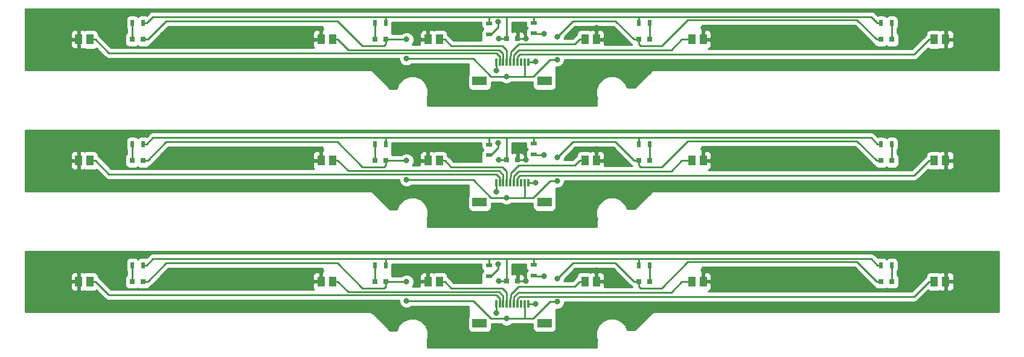
<source format=gbl>
G04 #@! TF.GenerationSoftware,KiCad,Pcbnew,(5.0.0)*
G04 #@! TF.CreationDate,2020-02-01T14:37:15+09:00*
G04 #@! TF.ProjectId,m file,6D2066696C652E6B696361645F706362,rev?*
G04 #@! TF.SameCoordinates,Original*
G04 #@! TF.FileFunction,Copper,L2,Bot,Signal*
G04 #@! TF.FilePolarity,Positive*
%FSLAX46Y46*%
G04 Gerber Fmt 4.6, Leading zero omitted, Abs format (unit mm)*
G04 Created by KiCad (PCBNEW (5.0.0)) date 02/01/20 14:37:15*
%MOMM*%
%LPD*%
G01*
G04 APERTURE LIST*
G04 #@! TA.AperFunction,SMDPad,CuDef*
%ADD10R,0.800000X0.800000*%
G04 #@! TD*
G04 #@! TA.AperFunction,SMDPad,CuDef*
%ADD11R,0.800000X0.750000*%
G04 #@! TD*
G04 #@! TA.AperFunction,SMDPad,CuDef*
%ADD12R,0.500000X0.900000*%
G04 #@! TD*
G04 #@! TA.AperFunction,SMDPad,CuDef*
%ADD13R,0.900000X0.500000*%
G04 #@! TD*
G04 #@! TA.AperFunction,SMDPad,CuDef*
%ADD14R,2.000000X1.300000*%
G04 #@! TD*
G04 #@! TA.AperFunction,SMDPad,CuDef*
%ADD15R,0.300000X1.000000*%
G04 #@! TD*
G04 #@! TA.AperFunction,SMDPad,CuDef*
%ADD16R,1.000000X1.450000*%
G04 #@! TD*
G04 #@! TA.AperFunction,ViaPad*
%ADD17C,0.800000*%
G04 #@! TD*
G04 #@! TA.AperFunction,Conductor*
%ADD18C,0.250000*%
G04 #@! TD*
G04 #@! TA.AperFunction,NonConductor*
%ADD19C,0.254000*%
G04 #@! TD*
G04 APERTURE END LIST*
D10*
G04 #@! TO.P,D5,1*
G04 #@! TO.N,N/C*
X133250000Y-119000000D03*
G04 #@! TO.P,D5,2*
X131750000Y-119000000D03*
G04 #@! TD*
D11*
G04 #@! TO.P,C1,2*
G04 #@! TO.N,N/C*
X151750000Y-118900000D03*
G04 #@! TO.P,C1,1*
X150250000Y-118900000D03*
G04 #@! TD*
D10*
G04 #@! TO.P,D4,1*
G04 #@! TO.N,N/C*
X168750000Y-119000000D03*
G04 #@! TO.P,D4,2*
X170250000Y-119000000D03*
G04 #@! TD*
D12*
G04 #@! TO.P,R4,2*
G04 #@! TO.N,N/C*
X170250000Y-116700000D03*
G04 #@! TO.P,R4,1*
X168750000Y-116700000D03*
G04 #@! TD*
G04 #@! TO.P,R3,2*
G04 #@! TO.N,N/C*
X204250000Y-116700000D03*
G04 #@! TO.P,R3,1*
X202750000Y-116700000D03*
G04 #@! TD*
D13*
G04 #@! TO.P,R1,2*
G04 #@! TO.N,N/C*
X147800000Y-118250000D03*
G04 #@! TO.P,R1,1*
X147800000Y-116750000D03*
G04 #@! TD*
D10*
G04 #@! TO.P,D6,2*
G04 #@! TO.N,N/C*
X97750000Y-119000000D03*
G04 #@! TO.P,D6,1*
X99250000Y-119000000D03*
G04 #@! TD*
G04 #@! TO.P,D3,1*
G04 #@! TO.N,N/C*
X202750000Y-119000000D03*
G04 #@! TO.P,D3,2*
X204250000Y-119000000D03*
G04 #@! TD*
D12*
G04 #@! TO.P,R6,2*
G04 #@! TO.N,N/C*
X97750000Y-116700000D03*
G04 #@! TO.P,R6,1*
X99250000Y-116700000D03*
G04 #@! TD*
D14*
G04 #@! TO.P,J1,*
G04 #@! TO.N,*
X155550000Y-124850000D03*
X146450000Y-124850000D03*
D15*
G04 #@! TO.P,J1,10*
G04 #@! TO.N,N/C*
X153250000Y-122150000D03*
G04 #@! TO.P,J1,9*
X152750000Y-122150000D03*
G04 #@! TO.P,J1,8*
X152250000Y-122150000D03*
G04 #@! TO.P,J1,7*
X151750000Y-122150000D03*
G04 #@! TO.P,J1,6*
X151250000Y-122150000D03*
G04 #@! TO.P,J1,5*
X150750000Y-122150000D03*
G04 #@! TO.P,J1,4*
X150250000Y-122150000D03*
G04 #@! TO.P,J1,3*
X149750000Y-122150000D03*
G04 #@! TO.P,J1,2*
X149250000Y-122150000D03*
G04 #@! TO.P,J1,1*
X148750000Y-122150000D03*
G04 #@! TD*
D12*
G04 #@! TO.P,R5,2*
G04 #@! TO.N,N/C*
X131750000Y-116700000D03*
G04 #@! TO.P,R5,1*
X133250000Y-116700000D03*
G04 #@! TD*
D13*
G04 #@! TO.P,R2,1*
G04 #@! TO.N,N/C*
X154000000Y-116650000D03*
G04 #@! TO.P,R2,2*
X154000000Y-118150000D03*
G04 #@! TD*
D16*
G04 #@! TO.P,Q2,2*
G04 #@! TO.N,N/C*
X177800000Y-119000000D03*
G04 #@! TO.P,Q2,1*
X176200000Y-119000000D03*
G04 #@! TD*
G04 #@! TO.P,Q6,1*
G04 #@! TO.N,N/C*
X91800000Y-119000000D03*
G04 #@! TO.P,Q6,2*
X90200000Y-119000000D03*
G04 #@! TD*
G04 #@! TO.P,Q1,1*
G04 #@! TO.N,N/C*
X210200000Y-119000000D03*
G04 #@! TO.P,Q1,2*
X211800000Y-119000000D03*
G04 #@! TD*
G04 #@! TO.P,Q4,1*
G04 #@! TO.N,N/C*
X140800000Y-119000000D03*
G04 #@! TO.P,Q4,2*
X139200000Y-119000000D03*
G04 #@! TD*
G04 #@! TO.P,Q5,2*
G04 #@! TO.N,N/C*
X124200000Y-119000000D03*
G04 #@! TO.P,Q5,1*
X125800000Y-119000000D03*
G04 #@! TD*
G04 #@! TO.P,Q3,2*
G04 #@! TO.N,N/C*
X162800000Y-119000000D03*
G04 #@! TO.P,Q3,1*
X161200000Y-119000000D03*
G04 #@! TD*
D10*
G04 #@! TO.P,D5,1*
G04 #@! TO.N,N/C*
X133250000Y-102000000D03*
G04 #@! TO.P,D5,2*
X131750000Y-102000000D03*
G04 #@! TD*
D11*
G04 #@! TO.P,C1,2*
G04 #@! TO.N,N/C*
X151750000Y-101900000D03*
G04 #@! TO.P,C1,1*
X150250000Y-101900000D03*
G04 #@! TD*
D10*
G04 #@! TO.P,D4,1*
G04 #@! TO.N,N/C*
X168750000Y-102000000D03*
G04 #@! TO.P,D4,2*
X170250000Y-102000000D03*
G04 #@! TD*
D12*
G04 #@! TO.P,R4,2*
G04 #@! TO.N,N/C*
X170250000Y-99700000D03*
G04 #@! TO.P,R4,1*
X168750000Y-99700000D03*
G04 #@! TD*
G04 #@! TO.P,R3,2*
G04 #@! TO.N,N/C*
X204250000Y-99700000D03*
G04 #@! TO.P,R3,1*
X202750000Y-99700000D03*
G04 #@! TD*
D13*
G04 #@! TO.P,R1,2*
G04 #@! TO.N,N/C*
X147800000Y-101250000D03*
G04 #@! TO.P,R1,1*
X147800000Y-99750000D03*
G04 #@! TD*
D10*
G04 #@! TO.P,D6,2*
G04 #@! TO.N,N/C*
X97750000Y-102000000D03*
G04 #@! TO.P,D6,1*
X99250000Y-102000000D03*
G04 #@! TD*
G04 #@! TO.P,D3,1*
G04 #@! TO.N,N/C*
X202750000Y-102000000D03*
G04 #@! TO.P,D3,2*
X204250000Y-102000000D03*
G04 #@! TD*
D12*
G04 #@! TO.P,R6,2*
G04 #@! TO.N,N/C*
X97750000Y-99700000D03*
G04 #@! TO.P,R6,1*
X99250000Y-99700000D03*
G04 #@! TD*
D14*
G04 #@! TO.P,J1,*
G04 #@! TO.N,*
X155550000Y-107850000D03*
X146450000Y-107850000D03*
D15*
G04 #@! TO.P,J1,10*
G04 #@! TO.N,N/C*
X153250000Y-105150000D03*
G04 #@! TO.P,J1,9*
X152750000Y-105150000D03*
G04 #@! TO.P,J1,8*
X152250000Y-105150000D03*
G04 #@! TO.P,J1,7*
X151750000Y-105150000D03*
G04 #@! TO.P,J1,6*
X151250000Y-105150000D03*
G04 #@! TO.P,J1,5*
X150750000Y-105150000D03*
G04 #@! TO.P,J1,4*
X150250000Y-105150000D03*
G04 #@! TO.P,J1,3*
X149750000Y-105150000D03*
G04 #@! TO.P,J1,2*
X149250000Y-105150000D03*
G04 #@! TO.P,J1,1*
X148750000Y-105150000D03*
G04 #@! TD*
D12*
G04 #@! TO.P,R5,2*
G04 #@! TO.N,N/C*
X131750000Y-99700000D03*
G04 #@! TO.P,R5,1*
X133250000Y-99700000D03*
G04 #@! TD*
D13*
G04 #@! TO.P,R2,1*
G04 #@! TO.N,N/C*
X154000000Y-99650000D03*
G04 #@! TO.P,R2,2*
X154000000Y-101150000D03*
G04 #@! TD*
D16*
G04 #@! TO.P,Q2,2*
G04 #@! TO.N,N/C*
X177800000Y-102000000D03*
G04 #@! TO.P,Q2,1*
X176200000Y-102000000D03*
G04 #@! TD*
G04 #@! TO.P,Q6,1*
G04 #@! TO.N,N/C*
X91800000Y-102000000D03*
G04 #@! TO.P,Q6,2*
X90200000Y-102000000D03*
G04 #@! TD*
G04 #@! TO.P,Q1,1*
G04 #@! TO.N,N/C*
X210200000Y-102000000D03*
G04 #@! TO.P,Q1,2*
X211800000Y-102000000D03*
G04 #@! TD*
G04 #@! TO.P,Q4,1*
G04 #@! TO.N,N/C*
X140800000Y-102000000D03*
G04 #@! TO.P,Q4,2*
X139200000Y-102000000D03*
G04 #@! TD*
G04 #@! TO.P,Q5,2*
G04 #@! TO.N,N/C*
X124200000Y-102000000D03*
G04 #@! TO.P,Q5,1*
X125800000Y-102000000D03*
G04 #@! TD*
G04 #@! TO.P,Q3,2*
G04 #@! TO.N,N/C*
X162800000Y-102000000D03*
G04 #@! TO.P,Q3,1*
X161200000Y-102000000D03*
G04 #@! TD*
D10*
G04 #@! TO.P,D5,1*
G04 #@! TO.N,N/C*
X133250000Y-85000000D03*
G04 #@! TO.P,D5,2*
X131750000Y-85000000D03*
G04 #@! TD*
D11*
G04 #@! TO.P,C1,2*
G04 #@! TO.N,N/C*
X151750000Y-84900000D03*
G04 #@! TO.P,C1,1*
X150250000Y-84900000D03*
G04 #@! TD*
D10*
G04 #@! TO.P,D4,1*
G04 #@! TO.N,N/C*
X168750000Y-85000000D03*
G04 #@! TO.P,D4,2*
X170250000Y-85000000D03*
G04 #@! TD*
D12*
G04 #@! TO.P,R4,2*
G04 #@! TO.N,N/C*
X170250000Y-82700000D03*
G04 #@! TO.P,R4,1*
X168750000Y-82700000D03*
G04 #@! TD*
G04 #@! TO.P,R3,2*
G04 #@! TO.N,N/C*
X204250000Y-82700000D03*
G04 #@! TO.P,R3,1*
X202750000Y-82700000D03*
G04 #@! TD*
D13*
G04 #@! TO.P,R1,2*
G04 #@! TO.N,N/C*
X147800000Y-84250000D03*
G04 #@! TO.P,R1,1*
X147800000Y-82750000D03*
G04 #@! TD*
D10*
G04 #@! TO.P,D6,2*
G04 #@! TO.N,N/C*
X97750000Y-85000000D03*
G04 #@! TO.P,D6,1*
X99250000Y-85000000D03*
G04 #@! TD*
G04 #@! TO.P,D3,1*
G04 #@! TO.N,N/C*
X202750000Y-85000000D03*
G04 #@! TO.P,D3,2*
X204250000Y-85000000D03*
G04 #@! TD*
D12*
G04 #@! TO.P,R6,2*
G04 #@! TO.N,N/C*
X97750000Y-82700000D03*
G04 #@! TO.P,R6,1*
X99250000Y-82700000D03*
G04 #@! TD*
D14*
G04 #@! TO.P,J1,*
G04 #@! TO.N,*
X155550000Y-90850000D03*
X146450000Y-90850000D03*
D15*
G04 #@! TO.P,J1,10*
G04 #@! TO.N,N/C*
X153250000Y-88150000D03*
G04 #@! TO.P,J1,9*
X152750000Y-88150000D03*
G04 #@! TO.P,J1,8*
X152250000Y-88150000D03*
G04 #@! TO.P,J1,7*
X151750000Y-88150000D03*
G04 #@! TO.P,J1,6*
X151250000Y-88150000D03*
G04 #@! TO.P,J1,5*
X150750000Y-88150000D03*
G04 #@! TO.P,J1,4*
X150250000Y-88150000D03*
G04 #@! TO.P,J1,3*
X149750000Y-88150000D03*
G04 #@! TO.P,J1,2*
X149250000Y-88150000D03*
G04 #@! TO.P,J1,1*
X148750000Y-88150000D03*
G04 #@! TD*
D12*
G04 #@! TO.P,R5,2*
G04 #@! TO.N,N/C*
X131750000Y-82700000D03*
G04 #@! TO.P,R5,1*
X133250000Y-82700000D03*
G04 #@! TD*
D13*
G04 #@! TO.P,R2,1*
G04 #@! TO.N,N/C*
X154000000Y-82650000D03*
G04 #@! TO.P,R2,2*
X154000000Y-84150000D03*
G04 #@! TD*
D16*
G04 #@! TO.P,Q2,2*
G04 #@! TO.N,N/C*
X177800000Y-85000000D03*
G04 #@! TO.P,Q2,1*
X176200000Y-85000000D03*
G04 #@! TD*
G04 #@! TO.P,Q6,1*
G04 #@! TO.N,N/C*
X91800000Y-85000000D03*
G04 #@! TO.P,Q6,2*
X90200000Y-85000000D03*
G04 #@! TD*
G04 #@! TO.P,Q1,1*
G04 #@! TO.N,N/C*
X210200000Y-85000000D03*
G04 #@! TO.P,Q1,2*
X211800000Y-85000000D03*
G04 #@! TD*
G04 #@! TO.P,Q4,1*
G04 #@! TO.N,N/C*
X140800000Y-85000000D03*
G04 #@! TO.P,Q4,2*
X139200000Y-85000000D03*
G04 #@! TD*
G04 #@! TO.P,Q5,2*
G04 #@! TO.N,N/C*
X124200000Y-85000000D03*
G04 #@! TO.P,Q5,1*
X125800000Y-85000000D03*
G04 #@! TD*
G04 #@! TO.P,Q3,2*
G04 #@! TO.N,N/C*
X162800000Y-85000000D03*
G04 #@! TO.P,Q3,1*
X161200000Y-85000000D03*
G04 #@! TD*
D17*
G04 #@! TO.N,*
X149100000Y-84900000D03*
X148800000Y-89400008D03*
X124200000Y-83500000D03*
X111800000Y-84700000D03*
X158900000Y-84600000D03*
X189900000Y-84600000D03*
X177800000Y-83400000D03*
X216100000Y-84900000D03*
X152899998Y-84900000D03*
X207100000Y-83400000D03*
X211800000Y-83400000D03*
X166600000Y-85200000D03*
X134600000Y-83400000D03*
X162800000Y-83400000D03*
X85900000Y-85000000D03*
X189900000Y-88500000D03*
X146000000Y-83400000D03*
X160900000Y-90900000D03*
X154300000Y-88100000D03*
X139200000Y-83400000D03*
X90200000Y-83500000D03*
X142100000Y-91000000D03*
X151800000Y-83200000D03*
X111800000Y-88600000D03*
X149000000Y-82525010D03*
X136200000Y-85000000D03*
X136200000Y-87700000D03*
X157300000Y-84600000D03*
X157300000Y-87825010D03*
X150200000Y-90200000D03*
X155500000Y-84200000D03*
X149100000Y-101900000D03*
X148800000Y-106400008D03*
X124200000Y-100500000D03*
X111800000Y-101700000D03*
X158900000Y-101600000D03*
X189900000Y-101600000D03*
X177800000Y-100400000D03*
X216100000Y-101900000D03*
X152899998Y-101900000D03*
X207100000Y-100400000D03*
X211800000Y-100400000D03*
X166600000Y-102200000D03*
X134600000Y-100400000D03*
X162800000Y-100400000D03*
X85900000Y-102000000D03*
X189900000Y-105500000D03*
X146000000Y-100400000D03*
X160900000Y-107900000D03*
X154300000Y-105100000D03*
X139200000Y-100400000D03*
X90200000Y-100500000D03*
X142100000Y-108000000D03*
X151800000Y-100200000D03*
X111800000Y-105600000D03*
X149000000Y-99525010D03*
X136200000Y-102000000D03*
X136200000Y-104700000D03*
X157300000Y-101600000D03*
X157300000Y-104825010D03*
X150200000Y-107200000D03*
X155500000Y-101200000D03*
X149100000Y-118900000D03*
X148800000Y-123400008D03*
X124200000Y-117500000D03*
X111800000Y-118700000D03*
X158900000Y-118600000D03*
X189900000Y-118600000D03*
X177800000Y-117400000D03*
X216100000Y-118900000D03*
X152899998Y-118900000D03*
X207100000Y-117400000D03*
X211800000Y-117400000D03*
X166600000Y-119200000D03*
X134600000Y-117400000D03*
X162800000Y-117400000D03*
X85900000Y-119000000D03*
X189900000Y-122500000D03*
X146000000Y-117400000D03*
X160900000Y-124900000D03*
X154300000Y-122100000D03*
X139200000Y-117400000D03*
X90200000Y-117500000D03*
X142100000Y-125000000D03*
X151800000Y-117200000D03*
X111800000Y-122600000D03*
X149000000Y-116525010D03*
X136200000Y-119000000D03*
X136200000Y-121700000D03*
X157300000Y-118600000D03*
X157300000Y-121825010D03*
X150200000Y-124200000D03*
X155500000Y-118200000D03*
G04 #@! TD*
D18*
G04 #@! TO.N,*
X150250000Y-81850000D02*
X150200000Y-81800000D01*
X150250000Y-84900000D02*
X150250000Y-81850000D01*
X147800000Y-81800000D02*
X148300000Y-81800000D01*
X100650000Y-81800000D02*
X133050000Y-81800000D01*
X99750000Y-82700000D02*
X100650000Y-81800000D01*
X133050000Y-81800000D02*
X133300000Y-81800000D01*
X201350000Y-81800000D02*
X202250000Y-82700000D01*
X155850000Y-81800000D02*
X168800000Y-81800000D01*
X150700000Y-81800000D02*
X154000000Y-81800000D01*
X150200000Y-81800000D02*
X150700000Y-81800000D01*
X148300000Y-81800000D02*
X150200000Y-81800000D01*
X147800000Y-82750000D02*
X147800000Y-81800000D01*
X133250000Y-81850000D02*
X133300000Y-81800000D01*
X99250000Y-82700000D02*
X99750000Y-82700000D01*
X133250000Y-82700000D02*
X133250000Y-81850000D01*
X133300000Y-81800000D02*
X147800000Y-81800000D01*
X155900000Y-81800000D02*
X154000000Y-81800000D01*
X168800000Y-81800000D02*
X201350000Y-81800000D01*
X202250000Y-82700000D02*
X202750000Y-82700000D01*
X168750000Y-81850000D02*
X168800000Y-81800000D01*
X168750000Y-82700000D02*
X168750000Y-81850000D01*
X147900000Y-82650000D02*
X147800000Y-82750000D01*
X148750000Y-88150000D02*
X148750000Y-89350008D01*
X150250000Y-84900000D02*
X149100000Y-84900000D01*
X168750000Y-82700000D02*
X168750000Y-82500000D01*
X148750000Y-89350008D02*
X148800000Y-89400008D01*
X154000000Y-82150000D02*
X154000000Y-81800000D01*
X154000000Y-82650000D02*
X154000000Y-82150000D01*
X151750000Y-84900000D02*
X152899998Y-84900000D01*
X162800000Y-83400000D02*
X162800000Y-85000000D01*
X177800000Y-83400000D02*
X177800000Y-85000000D01*
X154250000Y-88150000D02*
X154300000Y-88100000D01*
X139200000Y-83400000D02*
X139200000Y-85000000D01*
X124200000Y-83500000D02*
X124200000Y-85000000D01*
X153250000Y-88150000D02*
X154250000Y-88150000D01*
X211800000Y-83400000D02*
X211800000Y-85000000D01*
X90200000Y-83500000D02*
X90200000Y-85000000D01*
X149000000Y-83250000D02*
X149000000Y-83090695D01*
X149000000Y-83090695D02*
X149000000Y-82525010D01*
X147800000Y-84250000D02*
X148000000Y-84250000D01*
X148000000Y-84250000D02*
X149000000Y-83250000D01*
X172000000Y-85900000D02*
X175649989Y-82250011D01*
X169000000Y-85900000D02*
X172000000Y-85900000D01*
X157300000Y-84600000D02*
X159500000Y-82400000D01*
X152750000Y-90150000D02*
X152700000Y-90200000D01*
X150200000Y-90200000D02*
X148035002Y-90200000D01*
X130000000Y-85900000D02*
X126500000Y-82400000D01*
X153964998Y-90200000D02*
X156339988Y-87825010D01*
X136200000Y-85000000D02*
X133250000Y-85000000D01*
X168100000Y-85000000D02*
X168750000Y-85000000D01*
X156339988Y-87825010D02*
X156734315Y-87825010D01*
X175649989Y-82250011D02*
X199350011Y-82250011D01*
X168750000Y-85000000D02*
X168750000Y-85650000D01*
X165500000Y-82400000D02*
X168100000Y-85000000D01*
X152750000Y-88150000D02*
X152750000Y-90150000D01*
X156734315Y-87825010D02*
X157300000Y-87825010D01*
X152700000Y-90200000D02*
X153964998Y-90200000D01*
X145535002Y-87700000D02*
X136200000Y-87700000D01*
X168750000Y-85650000D02*
X169000000Y-85900000D01*
X133250000Y-85650000D02*
X133000000Y-85900000D01*
X148035002Y-90200000D02*
X145535002Y-87700000D01*
X102500000Y-82400000D02*
X99900000Y-85000000D01*
X133000000Y-85900000D02*
X130000000Y-85900000D01*
X126500000Y-82400000D02*
X102500000Y-82400000D01*
X159500000Y-82400000D02*
X165500000Y-82400000D01*
X152400001Y-90200000D02*
X150200000Y-90200000D01*
X99900000Y-85000000D02*
X99250000Y-85000000D01*
X152700000Y-90200000D02*
X152400001Y-90200000D01*
X199350011Y-82250011D02*
X202100000Y-85000000D01*
X202100000Y-85000000D02*
X202750000Y-85000000D01*
X133250000Y-85000000D02*
X133250000Y-85650000D01*
X154050000Y-84200000D02*
X154000000Y-84150000D01*
X155500000Y-84200000D02*
X154050000Y-84200000D01*
X204250000Y-82700000D02*
X204250000Y-85000000D01*
X170250000Y-82700000D02*
X170250000Y-85000000D01*
X131750000Y-82700000D02*
X131750000Y-85000000D01*
X97750000Y-82700000D02*
X97750000Y-85000000D01*
X94450000Y-86900000D02*
X131727178Y-86900000D01*
X91800000Y-85000000D02*
X92550000Y-85000000D01*
X131727178Y-86900000D02*
X131727200Y-86900022D01*
X133272800Y-86900022D02*
X133272822Y-86900000D01*
X133272822Y-86900000D02*
X148750000Y-86900000D01*
X148750000Y-86900000D02*
X149250000Y-87400000D01*
X131727200Y-86900022D02*
X133272800Y-86900022D01*
X149250000Y-87400000D02*
X149250000Y-88150000D01*
X92550000Y-85000000D02*
X94450000Y-86900000D01*
X151750000Y-87400000D02*
X151750000Y-88150000D01*
X152050000Y-87100000D02*
X151750000Y-87400000D01*
X207350000Y-87100000D02*
X152050000Y-87100000D01*
X210200000Y-85000000D02*
X209450000Y-85000000D01*
X209450000Y-85000000D02*
X207350000Y-87100000D01*
X141550000Y-85000000D02*
X142450000Y-85900000D01*
X140800000Y-85000000D02*
X141550000Y-85000000D01*
X149636410Y-85900000D02*
X150250000Y-86513590D01*
X150250000Y-86513590D02*
X150250000Y-87400000D01*
X142450000Y-85900000D02*
X149636410Y-85900000D01*
X150250000Y-87400000D02*
X150250000Y-88150000D01*
X151900000Y-86500000D02*
X151250031Y-87149969D01*
X176200000Y-85000000D02*
X174800000Y-85000000D01*
X151250031Y-87399969D02*
X151250000Y-87400000D01*
X151250000Y-87400000D02*
X151250000Y-88150000D01*
X174800000Y-85000000D02*
X173300000Y-86500000D01*
X151250031Y-87149969D02*
X151250031Y-87399969D01*
X173300000Y-86500000D02*
X151900000Y-86500000D01*
X149186400Y-86449989D02*
X149750000Y-87013589D01*
X149750000Y-87013589D02*
X149750000Y-87400000D01*
X125800000Y-85000000D02*
X126550000Y-85000000D01*
X149750000Y-87400000D02*
X149750000Y-88150000D01*
X126550000Y-85000000D02*
X127999989Y-86449989D01*
X127999989Y-86449989D02*
X149186400Y-86449989D01*
X161200000Y-85000000D02*
X160450000Y-85000000D01*
X150750000Y-87322821D02*
X150750000Y-87400000D01*
X151913622Y-85649967D02*
X150800020Y-86763569D01*
X160450000Y-85000000D02*
X159800033Y-85649967D01*
X150750000Y-87400000D02*
X150750000Y-88150000D01*
X159800033Y-85649967D02*
X151913622Y-85649967D01*
X150800020Y-86763569D02*
X150800020Y-87272801D01*
X150800020Y-87272801D02*
X150750000Y-87322821D01*
X150250000Y-98850000D02*
X150200000Y-98800000D01*
X150250000Y-101900000D02*
X150250000Y-98850000D01*
X147800000Y-98800000D02*
X148300000Y-98800000D01*
X100650000Y-98800000D02*
X133050000Y-98800000D01*
X99750000Y-99700000D02*
X100650000Y-98800000D01*
X133050000Y-98800000D02*
X133300000Y-98800000D01*
X201350000Y-98800000D02*
X202250000Y-99700000D01*
X155850000Y-98800000D02*
X168800000Y-98800000D01*
X150700000Y-98800000D02*
X154000000Y-98800000D01*
X150200000Y-98800000D02*
X150700000Y-98800000D01*
X148300000Y-98800000D02*
X150200000Y-98800000D01*
X147800000Y-99750000D02*
X147800000Y-98800000D01*
X133250000Y-98850000D02*
X133300000Y-98800000D01*
X99250000Y-99700000D02*
X99750000Y-99700000D01*
X133250000Y-99700000D02*
X133250000Y-98850000D01*
X133300000Y-98800000D02*
X147800000Y-98800000D01*
X155900000Y-98800000D02*
X154000000Y-98800000D01*
X168800000Y-98800000D02*
X201350000Y-98800000D01*
X202250000Y-99700000D02*
X202750000Y-99700000D01*
X168750000Y-98850000D02*
X168800000Y-98800000D01*
X168750000Y-99700000D02*
X168750000Y-98850000D01*
X147900000Y-99650000D02*
X147800000Y-99750000D01*
X148750000Y-105150000D02*
X148750000Y-106350008D01*
X150250000Y-101900000D02*
X149100000Y-101900000D01*
X168750000Y-99700000D02*
X168750000Y-99500000D01*
X148750000Y-106350008D02*
X148800000Y-106400008D01*
X154000000Y-99150000D02*
X154000000Y-98800000D01*
X154000000Y-99650000D02*
X154000000Y-99150000D01*
X151750000Y-101900000D02*
X152899998Y-101900000D01*
X162800000Y-100400000D02*
X162800000Y-102000000D01*
X177800000Y-100400000D02*
X177800000Y-102000000D01*
X154250000Y-105150000D02*
X154300000Y-105100000D01*
X139200000Y-100400000D02*
X139200000Y-102000000D01*
X124200000Y-100500000D02*
X124200000Y-102000000D01*
X153250000Y-105150000D02*
X154250000Y-105150000D01*
X211800000Y-100400000D02*
X211800000Y-102000000D01*
X90200000Y-100500000D02*
X90200000Y-102000000D01*
X149000000Y-100250000D02*
X149000000Y-100090695D01*
X149000000Y-100090695D02*
X149000000Y-99525010D01*
X147800000Y-101250000D02*
X148000000Y-101250000D01*
X148000000Y-101250000D02*
X149000000Y-100250000D01*
X172000000Y-102900000D02*
X175649989Y-99250011D01*
X169000000Y-102900000D02*
X172000000Y-102900000D01*
X157300000Y-101600000D02*
X159500000Y-99400000D01*
X152750000Y-107150000D02*
X152700000Y-107200000D01*
X150200000Y-107200000D02*
X148035002Y-107200000D01*
X130000000Y-102900000D02*
X126500000Y-99400000D01*
X153964998Y-107200000D02*
X156339988Y-104825010D01*
X136200000Y-102000000D02*
X133250000Y-102000000D01*
X168100000Y-102000000D02*
X168750000Y-102000000D01*
X156339988Y-104825010D02*
X156734315Y-104825010D01*
X175649989Y-99250011D02*
X199350011Y-99250011D01*
X168750000Y-102000000D02*
X168750000Y-102650000D01*
X165500000Y-99400000D02*
X168100000Y-102000000D01*
X152750000Y-105150000D02*
X152750000Y-107150000D01*
X156734315Y-104825010D02*
X157300000Y-104825010D01*
X152700000Y-107200000D02*
X153964998Y-107200000D01*
X145535002Y-104700000D02*
X136200000Y-104700000D01*
X168750000Y-102650000D02*
X169000000Y-102900000D01*
X133250000Y-102650000D02*
X133000000Y-102900000D01*
X148035002Y-107200000D02*
X145535002Y-104700000D01*
X102500000Y-99400000D02*
X99900000Y-102000000D01*
X133000000Y-102900000D02*
X130000000Y-102900000D01*
X126500000Y-99400000D02*
X102500000Y-99400000D01*
X159500000Y-99400000D02*
X165500000Y-99400000D01*
X152400001Y-107200000D02*
X150200000Y-107200000D01*
X99900000Y-102000000D02*
X99250000Y-102000000D01*
X152700000Y-107200000D02*
X152400001Y-107200000D01*
X199350011Y-99250011D02*
X202100000Y-102000000D01*
X202100000Y-102000000D02*
X202750000Y-102000000D01*
X133250000Y-102000000D02*
X133250000Y-102650000D01*
X154050000Y-101200000D02*
X154000000Y-101150000D01*
X155500000Y-101200000D02*
X154050000Y-101200000D01*
X204250000Y-99700000D02*
X204250000Y-102000000D01*
X170250000Y-99700000D02*
X170250000Y-102000000D01*
X131750000Y-99700000D02*
X131750000Y-102000000D01*
X97750000Y-99700000D02*
X97750000Y-102000000D01*
X94450000Y-103900000D02*
X131727178Y-103900000D01*
X91800000Y-102000000D02*
X92550000Y-102000000D01*
X131727178Y-103900000D02*
X131727200Y-103900022D01*
X133272800Y-103900022D02*
X133272822Y-103900000D01*
X133272822Y-103900000D02*
X148750000Y-103900000D01*
X148750000Y-103900000D02*
X149250000Y-104400000D01*
X131727200Y-103900022D02*
X133272800Y-103900022D01*
X149250000Y-104400000D02*
X149250000Y-105150000D01*
X92550000Y-102000000D02*
X94450000Y-103900000D01*
X151750000Y-104400000D02*
X151750000Y-105150000D01*
X152050000Y-104100000D02*
X151750000Y-104400000D01*
X207350000Y-104100000D02*
X152050000Y-104100000D01*
X210200000Y-102000000D02*
X209450000Y-102000000D01*
X209450000Y-102000000D02*
X207350000Y-104100000D01*
X141550000Y-102000000D02*
X142450000Y-102900000D01*
X140800000Y-102000000D02*
X141550000Y-102000000D01*
X149636410Y-102900000D02*
X150250000Y-103513590D01*
X150250000Y-103513590D02*
X150250000Y-104400000D01*
X142450000Y-102900000D02*
X149636410Y-102900000D01*
X150250000Y-104400000D02*
X150250000Y-105150000D01*
X151900000Y-103500000D02*
X151250031Y-104149969D01*
X176200000Y-102000000D02*
X174800000Y-102000000D01*
X151250031Y-104399969D02*
X151250000Y-104400000D01*
X151250000Y-104400000D02*
X151250000Y-105150000D01*
X174800000Y-102000000D02*
X173300000Y-103500000D01*
X151250031Y-104149969D02*
X151250031Y-104399969D01*
X173300000Y-103500000D02*
X151900000Y-103500000D01*
X149186400Y-103449989D02*
X149750000Y-104013589D01*
X149750000Y-104013589D02*
X149750000Y-104400000D01*
X125800000Y-102000000D02*
X126550000Y-102000000D01*
X149750000Y-104400000D02*
X149750000Y-105150000D01*
X126550000Y-102000000D02*
X127999989Y-103449989D01*
X127999989Y-103449989D02*
X149186400Y-103449989D01*
X161200000Y-102000000D02*
X160450000Y-102000000D01*
X150750000Y-104322821D02*
X150750000Y-104400000D01*
X151913622Y-102649967D02*
X150800020Y-103763569D01*
X160450000Y-102000000D02*
X159800033Y-102649967D01*
X150750000Y-104400000D02*
X150750000Y-105150000D01*
X159800033Y-102649967D02*
X151913622Y-102649967D01*
X150800020Y-103763569D02*
X150800020Y-104272801D01*
X150800020Y-104272801D02*
X150750000Y-104322821D01*
X150250000Y-115850000D02*
X150200000Y-115800000D01*
X150250000Y-118900000D02*
X150250000Y-115850000D01*
X147800000Y-115800000D02*
X148300000Y-115800000D01*
X100650000Y-115800000D02*
X133050000Y-115800000D01*
X99750000Y-116700000D02*
X100650000Y-115800000D01*
X133050000Y-115800000D02*
X133300000Y-115800000D01*
X201350000Y-115800000D02*
X202250000Y-116700000D01*
X155850000Y-115800000D02*
X168800000Y-115800000D01*
X150700000Y-115800000D02*
X154000000Y-115800000D01*
X150200000Y-115800000D02*
X150700000Y-115800000D01*
X148300000Y-115800000D02*
X150200000Y-115800000D01*
X147800000Y-116750000D02*
X147800000Y-115800000D01*
X133250000Y-115850000D02*
X133300000Y-115800000D01*
X99250000Y-116700000D02*
X99750000Y-116700000D01*
X133250000Y-116700000D02*
X133250000Y-115850000D01*
X133300000Y-115800000D02*
X147800000Y-115800000D01*
X155900000Y-115800000D02*
X154000000Y-115800000D01*
X168800000Y-115800000D02*
X201350000Y-115800000D01*
X202250000Y-116700000D02*
X202750000Y-116700000D01*
X168750000Y-115850000D02*
X168800000Y-115800000D01*
X168750000Y-116700000D02*
X168750000Y-115850000D01*
X147900000Y-116650000D02*
X147800000Y-116750000D01*
X148750000Y-122150000D02*
X148750000Y-123350008D01*
X150250000Y-118900000D02*
X149100000Y-118900000D01*
X168750000Y-116700000D02*
X168750000Y-116500000D01*
X148750000Y-123350008D02*
X148800000Y-123400008D01*
X154000000Y-116150000D02*
X154000000Y-115800000D01*
X154000000Y-116650000D02*
X154000000Y-116150000D01*
X151750000Y-118900000D02*
X152899998Y-118900000D01*
X162800000Y-117400000D02*
X162800000Y-119000000D01*
X177800000Y-117400000D02*
X177800000Y-119000000D01*
X154250000Y-122150000D02*
X154300000Y-122100000D01*
X139200000Y-117400000D02*
X139200000Y-119000000D01*
X124200000Y-117500000D02*
X124200000Y-119000000D01*
X153250000Y-122150000D02*
X154250000Y-122150000D01*
X211800000Y-117400000D02*
X211800000Y-119000000D01*
X90200000Y-117500000D02*
X90200000Y-119000000D01*
X149000000Y-117250000D02*
X149000000Y-117090695D01*
X149000000Y-117090695D02*
X149000000Y-116525010D01*
X147800000Y-118250000D02*
X148000000Y-118250000D01*
X148000000Y-118250000D02*
X149000000Y-117250000D01*
X172000000Y-119900000D02*
X175649989Y-116250011D01*
X169000000Y-119900000D02*
X172000000Y-119900000D01*
X157300000Y-118600000D02*
X159500000Y-116400000D01*
X152750000Y-124150000D02*
X152700000Y-124200000D01*
X150200000Y-124200000D02*
X148035002Y-124200000D01*
X130000000Y-119900000D02*
X126500000Y-116400000D01*
X153964998Y-124200000D02*
X156339988Y-121825010D01*
X136200000Y-119000000D02*
X133250000Y-119000000D01*
X168100000Y-119000000D02*
X168750000Y-119000000D01*
X156339988Y-121825010D02*
X156734315Y-121825010D01*
X175649989Y-116250011D02*
X199350011Y-116250011D01*
X168750000Y-119000000D02*
X168750000Y-119650000D01*
X165500000Y-116400000D02*
X168100000Y-119000000D01*
X152750000Y-122150000D02*
X152750000Y-124150000D01*
X156734315Y-121825010D02*
X157300000Y-121825010D01*
X152700000Y-124200000D02*
X153964998Y-124200000D01*
X145535002Y-121700000D02*
X136200000Y-121700000D01*
X168750000Y-119650000D02*
X169000000Y-119900000D01*
X133250000Y-119650000D02*
X133000000Y-119900000D01*
X148035002Y-124200000D02*
X145535002Y-121700000D01*
X102500000Y-116400000D02*
X99900000Y-119000000D01*
X133000000Y-119900000D02*
X130000000Y-119900000D01*
X126500000Y-116400000D02*
X102500000Y-116400000D01*
X159500000Y-116400000D02*
X165500000Y-116400000D01*
X152400001Y-124200000D02*
X150200000Y-124200000D01*
X99900000Y-119000000D02*
X99250000Y-119000000D01*
X152700000Y-124200000D02*
X152400001Y-124200000D01*
X199350011Y-116250011D02*
X202100000Y-119000000D01*
X202100000Y-119000000D02*
X202750000Y-119000000D01*
X133250000Y-119000000D02*
X133250000Y-119650000D01*
X154050000Y-118200000D02*
X154000000Y-118150000D01*
X155500000Y-118200000D02*
X154050000Y-118200000D01*
X204250000Y-116700000D02*
X204250000Y-119000000D01*
X170250000Y-116700000D02*
X170250000Y-119000000D01*
X131750000Y-116700000D02*
X131750000Y-119000000D01*
X97750000Y-116700000D02*
X97750000Y-119000000D01*
X94450000Y-120900000D02*
X131727178Y-120900000D01*
X91800000Y-119000000D02*
X92550000Y-119000000D01*
X131727178Y-120900000D02*
X131727200Y-120900022D01*
X133272800Y-120900022D02*
X133272822Y-120900000D01*
X133272822Y-120900000D02*
X148750000Y-120900000D01*
X148750000Y-120900000D02*
X149250000Y-121400000D01*
X131727200Y-120900022D02*
X133272800Y-120900022D01*
X149250000Y-121400000D02*
X149250000Y-122150000D01*
X92550000Y-119000000D02*
X94450000Y-120900000D01*
X151750000Y-121400000D02*
X151750000Y-122150000D01*
X152050000Y-121100000D02*
X151750000Y-121400000D01*
X207350000Y-121100000D02*
X152050000Y-121100000D01*
X210200000Y-119000000D02*
X209450000Y-119000000D01*
X209450000Y-119000000D02*
X207350000Y-121100000D01*
X141550000Y-119000000D02*
X142450000Y-119900000D01*
X140800000Y-119000000D02*
X141550000Y-119000000D01*
X149636410Y-119900000D02*
X150250000Y-120513590D01*
X150250000Y-120513590D02*
X150250000Y-121400000D01*
X142450000Y-119900000D02*
X149636410Y-119900000D01*
X150250000Y-121400000D02*
X150250000Y-122150000D01*
X151900000Y-120500000D02*
X151250031Y-121149969D01*
X176200000Y-119000000D02*
X174800000Y-119000000D01*
X151250031Y-121399969D02*
X151250000Y-121400000D01*
X151250000Y-121400000D02*
X151250000Y-122150000D01*
X174800000Y-119000000D02*
X173300000Y-120500000D01*
X151250031Y-121149969D02*
X151250031Y-121399969D01*
X173300000Y-120500000D02*
X151900000Y-120500000D01*
X149186400Y-120449989D02*
X149750000Y-121013589D01*
X149750000Y-121013589D02*
X149750000Y-121400000D01*
X125800000Y-119000000D02*
X126550000Y-119000000D01*
X149750000Y-121400000D02*
X149750000Y-122150000D01*
X126550000Y-119000000D02*
X127999989Y-120449989D01*
X127999989Y-120449989D02*
X149186400Y-120449989D01*
X161200000Y-119000000D02*
X160450000Y-119000000D01*
X150750000Y-121322821D02*
X150750000Y-121400000D01*
X151913622Y-119649967D02*
X150800020Y-120763569D01*
X160450000Y-119000000D02*
X159800033Y-119649967D01*
X150750000Y-121400000D02*
X150750000Y-122150000D01*
X159800033Y-119649967D02*
X151913622Y-119649967D01*
X150800020Y-120763569D02*
X150800020Y-121272801D01*
X150800020Y-121272801D02*
X150750000Y-121322821D01*
G04 #@! TD*
D19*
G36*
X219265001Y-89265000D02*
X171072388Y-89265000D01*
X171000000Y-89250601D01*
X170927612Y-89265000D01*
X170713217Y-89307646D01*
X170470095Y-89470095D01*
X170429091Y-89531463D01*
X168185538Y-91775016D01*
X168175405Y-91773000D01*
X167159435Y-91773000D01*
X166894741Y-91133974D01*
X166266026Y-90505259D01*
X165444569Y-90165000D01*
X164555431Y-90165000D01*
X163733974Y-90505259D01*
X163105259Y-91133974D01*
X162765000Y-91955431D01*
X162765000Y-92844569D01*
X162778491Y-92877139D01*
X162778578Y-92888204D01*
X162898042Y-93228388D01*
X162882667Y-93251399D01*
X162873000Y-93300000D01*
X162873000Y-94265000D01*
X139127000Y-94265000D01*
X139127000Y-93324595D01*
X139117333Y-93275994D01*
X139112784Y-93269186D01*
X139133422Y-93230938D01*
X139172695Y-92994985D01*
X139235000Y-92844569D01*
X139235000Y-92620663D01*
X139255000Y-92500504D01*
X139254722Y-92465084D01*
X139235000Y-92357097D01*
X139235000Y-91955431D01*
X138894741Y-91133974D01*
X138266026Y-90505259D01*
X137444569Y-90165000D01*
X136555431Y-90165000D01*
X135733974Y-90505259D01*
X135105259Y-91133974D01*
X134799144Y-91873000D01*
X133912447Y-91873000D01*
X131570911Y-89531465D01*
X131529905Y-89470095D01*
X131286783Y-89307646D01*
X131072388Y-89265000D01*
X131072384Y-89265000D01*
X131000000Y-89250602D01*
X130927616Y-89265000D01*
X82735000Y-89265000D01*
X82735000Y-85285750D01*
X89065000Y-85285750D01*
X89065000Y-85851310D01*
X89161673Y-86084699D01*
X89340302Y-86263327D01*
X89573691Y-86360000D01*
X89914250Y-86360000D01*
X90073000Y-86201250D01*
X90073000Y-85127000D01*
X89223750Y-85127000D01*
X89065000Y-85285750D01*
X82735000Y-85285750D01*
X82735000Y-84148690D01*
X89065000Y-84148690D01*
X89065000Y-84714250D01*
X89223750Y-84873000D01*
X90073000Y-84873000D01*
X90073000Y-83798750D01*
X90327000Y-83798750D01*
X90327000Y-84873000D01*
X90347000Y-84873000D01*
X90347000Y-85127000D01*
X90327000Y-85127000D01*
X90327000Y-86201250D01*
X90485750Y-86360000D01*
X90826309Y-86360000D01*
X90999816Y-86288131D01*
X91052235Y-86323157D01*
X91300000Y-86372440D01*
X92300000Y-86372440D01*
X92547765Y-86323157D01*
X92697983Y-86222784D01*
X93859670Y-87384472D01*
X93902071Y-87447929D01*
X93965527Y-87490329D01*
X94153462Y-87615904D01*
X94169711Y-87619136D01*
X94375148Y-87660000D01*
X94375152Y-87660000D01*
X94450000Y-87674888D01*
X94524848Y-87660000D01*
X131652237Y-87660000D01*
X131652348Y-87660022D01*
X131652352Y-87660022D01*
X131727199Y-87674910D01*
X131802046Y-87660022D01*
X133197953Y-87660022D01*
X133272800Y-87674910D01*
X133347647Y-87660022D01*
X133347652Y-87660022D01*
X133347763Y-87660000D01*
X135165000Y-87660000D01*
X135165000Y-87905874D01*
X135322569Y-88286280D01*
X135613720Y-88577431D01*
X135994126Y-88735000D01*
X136405874Y-88735000D01*
X136786280Y-88577431D01*
X136903711Y-88460000D01*
X144873000Y-88460000D01*
X144873000Y-89920572D01*
X144851843Y-89952235D01*
X144802560Y-90200000D01*
X144802560Y-91500000D01*
X144851843Y-91747765D01*
X144992191Y-91957809D01*
X145202235Y-92098157D01*
X145450000Y-92147440D01*
X147450000Y-92147440D01*
X147697765Y-92098157D01*
X147907809Y-91957809D01*
X148048157Y-91747765D01*
X148097440Y-91500000D01*
X148097440Y-90962468D01*
X148109849Y-90960000D01*
X149496289Y-90960000D01*
X149613720Y-91077431D01*
X149994126Y-91235000D01*
X150405874Y-91235000D01*
X150786280Y-91077431D01*
X150903711Y-90960000D01*
X152625153Y-90960000D01*
X152700000Y-90974888D01*
X152774847Y-90960000D01*
X153890151Y-90960000D01*
X153902560Y-90962468D01*
X153902560Y-91500000D01*
X153951843Y-91747765D01*
X154092191Y-91957809D01*
X154302235Y-92098157D01*
X154550000Y-92147440D01*
X156550000Y-92147440D01*
X156797765Y-92098157D01*
X157007809Y-91957809D01*
X157148157Y-91747765D01*
X157197440Y-91500000D01*
X157197440Y-90200000D01*
X157148157Y-89952235D01*
X157145720Y-89948587D01*
X157131660Y-88860010D01*
X157505874Y-88860010D01*
X157886280Y-88702441D01*
X158177431Y-88411290D01*
X158335000Y-88030884D01*
X158335000Y-87860000D01*
X207275153Y-87860000D01*
X207350000Y-87874888D01*
X207424847Y-87860000D01*
X207424852Y-87860000D01*
X207646537Y-87815904D01*
X207897929Y-87647929D01*
X207940331Y-87584470D01*
X209302018Y-86222784D01*
X209452235Y-86323157D01*
X209700000Y-86372440D01*
X210700000Y-86372440D01*
X210947765Y-86323157D01*
X211000184Y-86288131D01*
X211173691Y-86360000D01*
X211514250Y-86360000D01*
X211673000Y-86201250D01*
X211673000Y-85127000D01*
X211927000Y-85127000D01*
X211927000Y-86201250D01*
X212085750Y-86360000D01*
X212426309Y-86360000D01*
X212659698Y-86263327D01*
X212838327Y-86084699D01*
X212935000Y-85851310D01*
X212935000Y-85285750D01*
X212776250Y-85127000D01*
X211927000Y-85127000D01*
X211673000Y-85127000D01*
X211653000Y-85127000D01*
X211653000Y-84873000D01*
X211673000Y-84873000D01*
X211673000Y-83798750D01*
X211927000Y-83798750D01*
X211927000Y-84873000D01*
X212776250Y-84873000D01*
X212935000Y-84714250D01*
X212935000Y-84148690D01*
X212838327Y-83915301D01*
X212659698Y-83736673D01*
X212426309Y-83640000D01*
X212085750Y-83640000D01*
X211927000Y-83798750D01*
X211673000Y-83798750D01*
X211514250Y-83640000D01*
X211173691Y-83640000D01*
X211000184Y-83711869D01*
X210947765Y-83676843D01*
X210700000Y-83627560D01*
X209700000Y-83627560D01*
X209452235Y-83676843D01*
X209242191Y-83817191D01*
X209101843Y-84027235D01*
X209052560Y-84275000D01*
X209052560Y-84351517D01*
X208965526Y-84409671D01*
X208965524Y-84409673D01*
X208902071Y-84452071D01*
X208859673Y-84515524D01*
X207035199Y-86340000D01*
X178474593Y-86340000D01*
X178659698Y-86263327D01*
X178838327Y-86084699D01*
X178935000Y-85851310D01*
X178935000Y-85285750D01*
X178776250Y-85127000D01*
X177927000Y-85127000D01*
X177927000Y-85147000D01*
X177673000Y-85147000D01*
X177673000Y-85127000D01*
X177653000Y-85127000D01*
X177653000Y-84873000D01*
X177673000Y-84873000D01*
X177673000Y-83798750D01*
X177927000Y-83798750D01*
X177927000Y-84873000D01*
X178776250Y-84873000D01*
X178935000Y-84714250D01*
X178935000Y-84148690D01*
X178838327Y-83915301D01*
X178659698Y-83736673D01*
X178426309Y-83640000D01*
X178085750Y-83640000D01*
X177927000Y-83798750D01*
X177673000Y-83798750D01*
X177627000Y-83752750D01*
X177627000Y-83010011D01*
X199035210Y-83010011D01*
X201509670Y-85484472D01*
X201552071Y-85547929D01*
X201615527Y-85590329D01*
X201792461Y-85708553D01*
X201892191Y-85857809D01*
X202102235Y-85998157D01*
X202350000Y-86047440D01*
X203150000Y-86047440D01*
X203397765Y-85998157D01*
X203500000Y-85929845D01*
X203602235Y-85998157D01*
X203850000Y-86047440D01*
X204650000Y-86047440D01*
X204897765Y-85998157D01*
X205107809Y-85857809D01*
X205248157Y-85647765D01*
X205297440Y-85400000D01*
X205297440Y-84600000D01*
X205248157Y-84352235D01*
X205107809Y-84142191D01*
X205010000Y-84076837D01*
X205010000Y-83529700D01*
X205098157Y-83397765D01*
X205147440Y-83150000D01*
X205147440Y-82250000D01*
X205098157Y-82002235D01*
X204957809Y-81792191D01*
X204747765Y-81651843D01*
X204500000Y-81602560D01*
X204000000Y-81602560D01*
X203752235Y-81651843D01*
X203542191Y-81792191D01*
X203500000Y-81855334D01*
X203457809Y-81792191D01*
X203247765Y-81651843D01*
X203000000Y-81602560D01*
X202500000Y-81602560D01*
X202272595Y-81647793D01*
X201940331Y-81315530D01*
X201897929Y-81252071D01*
X201646537Y-81084096D01*
X201424852Y-81040000D01*
X201424847Y-81040000D01*
X201350000Y-81025112D01*
X201275153Y-81040000D01*
X168874848Y-81040000D01*
X168800000Y-81025112D01*
X168725152Y-81040000D01*
X154074852Y-81040000D01*
X154000000Y-81025111D01*
X153925148Y-81040000D01*
X150274847Y-81040000D01*
X150200000Y-81025112D01*
X150125153Y-81040000D01*
X147874852Y-81040000D01*
X147800000Y-81025111D01*
X147725148Y-81040000D01*
X133374848Y-81040000D01*
X133300000Y-81025112D01*
X133225152Y-81040000D01*
X100724846Y-81040000D01*
X100649999Y-81025112D01*
X100575152Y-81040000D01*
X100575148Y-81040000D01*
X100353463Y-81084096D01*
X100102071Y-81252071D01*
X100059671Y-81315527D01*
X99727405Y-81647793D01*
X99500000Y-81602560D01*
X99000000Y-81602560D01*
X98752235Y-81651843D01*
X98542191Y-81792191D01*
X98500000Y-81855334D01*
X98457809Y-81792191D01*
X98247765Y-81651843D01*
X98000000Y-81602560D01*
X97500000Y-81602560D01*
X97252235Y-81651843D01*
X97042191Y-81792191D01*
X96901843Y-82002235D01*
X96852560Y-82250000D01*
X96852560Y-83150000D01*
X96901843Y-83397765D01*
X96990000Y-83529701D01*
X96990001Y-84076836D01*
X96892191Y-84142191D01*
X96751843Y-84352235D01*
X96702560Y-84600000D01*
X96702560Y-85400000D01*
X96751843Y-85647765D01*
X96892191Y-85857809D01*
X97102235Y-85998157D01*
X97350000Y-86047440D01*
X98150000Y-86047440D01*
X98397765Y-85998157D01*
X98500000Y-85929845D01*
X98602235Y-85998157D01*
X98850000Y-86047440D01*
X99650000Y-86047440D01*
X99897765Y-85998157D01*
X100107809Y-85857809D01*
X100207540Y-85708552D01*
X100447929Y-85547929D01*
X100490331Y-85484470D01*
X101826111Y-84148690D01*
X123065000Y-84148690D01*
X123065000Y-84714250D01*
X123223750Y-84873000D01*
X124073000Y-84873000D01*
X124073000Y-83798750D01*
X123914250Y-83640000D01*
X123573691Y-83640000D01*
X123340302Y-83736673D01*
X123161673Y-83915301D01*
X123065000Y-84148690D01*
X101826111Y-84148690D01*
X102814802Y-83160000D01*
X124373000Y-83160000D01*
X124373000Y-83752750D01*
X124327000Y-83798750D01*
X124327000Y-84873000D01*
X124347000Y-84873000D01*
X124347000Y-85127000D01*
X124327000Y-85127000D01*
X124327000Y-85147000D01*
X124073000Y-85147000D01*
X124073000Y-85127000D01*
X123223750Y-85127000D01*
X123065000Y-85285750D01*
X123065000Y-85851310D01*
X123161673Y-86084699D01*
X123216974Y-86140000D01*
X94764802Y-86140000D01*
X93140331Y-84515530D01*
X93097929Y-84452071D01*
X92947440Y-84351517D01*
X92947440Y-84275000D01*
X92898157Y-84027235D01*
X92757809Y-83817191D01*
X92547765Y-83676843D01*
X92300000Y-83627560D01*
X91300000Y-83627560D01*
X91052235Y-83676843D01*
X90999816Y-83711869D01*
X90826309Y-83640000D01*
X90485750Y-83640000D01*
X90327000Y-83798750D01*
X90073000Y-83798750D01*
X89914250Y-83640000D01*
X89573691Y-83640000D01*
X89340302Y-83736673D01*
X89161673Y-83915301D01*
X89065000Y-84148690D01*
X82735000Y-84148690D01*
X82735000Y-80735000D01*
X219265000Y-80735000D01*
X219265001Y-89265000D01*
X219265001Y-89265000D01*
G37*
X219265001Y-89265000D02*
X171072388Y-89265000D01*
X171000000Y-89250601D01*
X170927612Y-89265000D01*
X170713217Y-89307646D01*
X170470095Y-89470095D01*
X170429091Y-89531463D01*
X168185538Y-91775016D01*
X168175405Y-91773000D01*
X167159435Y-91773000D01*
X166894741Y-91133974D01*
X166266026Y-90505259D01*
X165444569Y-90165000D01*
X164555431Y-90165000D01*
X163733974Y-90505259D01*
X163105259Y-91133974D01*
X162765000Y-91955431D01*
X162765000Y-92844569D01*
X162778491Y-92877139D01*
X162778578Y-92888204D01*
X162898042Y-93228388D01*
X162882667Y-93251399D01*
X162873000Y-93300000D01*
X162873000Y-94265000D01*
X139127000Y-94265000D01*
X139127000Y-93324595D01*
X139117333Y-93275994D01*
X139112784Y-93269186D01*
X139133422Y-93230938D01*
X139172695Y-92994985D01*
X139235000Y-92844569D01*
X139235000Y-92620663D01*
X139255000Y-92500504D01*
X139254722Y-92465084D01*
X139235000Y-92357097D01*
X139235000Y-91955431D01*
X138894741Y-91133974D01*
X138266026Y-90505259D01*
X137444569Y-90165000D01*
X136555431Y-90165000D01*
X135733974Y-90505259D01*
X135105259Y-91133974D01*
X134799144Y-91873000D01*
X133912447Y-91873000D01*
X131570911Y-89531465D01*
X131529905Y-89470095D01*
X131286783Y-89307646D01*
X131072388Y-89265000D01*
X131072384Y-89265000D01*
X131000000Y-89250602D01*
X130927616Y-89265000D01*
X82735000Y-89265000D01*
X82735000Y-85285750D01*
X89065000Y-85285750D01*
X89065000Y-85851310D01*
X89161673Y-86084699D01*
X89340302Y-86263327D01*
X89573691Y-86360000D01*
X89914250Y-86360000D01*
X90073000Y-86201250D01*
X90073000Y-85127000D01*
X89223750Y-85127000D01*
X89065000Y-85285750D01*
X82735000Y-85285750D01*
X82735000Y-84148690D01*
X89065000Y-84148690D01*
X89065000Y-84714250D01*
X89223750Y-84873000D01*
X90073000Y-84873000D01*
X90073000Y-83798750D01*
X90327000Y-83798750D01*
X90327000Y-84873000D01*
X90347000Y-84873000D01*
X90347000Y-85127000D01*
X90327000Y-85127000D01*
X90327000Y-86201250D01*
X90485750Y-86360000D01*
X90826309Y-86360000D01*
X90999816Y-86288131D01*
X91052235Y-86323157D01*
X91300000Y-86372440D01*
X92300000Y-86372440D01*
X92547765Y-86323157D01*
X92697983Y-86222784D01*
X93859670Y-87384472D01*
X93902071Y-87447929D01*
X93965527Y-87490329D01*
X94153462Y-87615904D01*
X94169711Y-87619136D01*
X94375148Y-87660000D01*
X94375152Y-87660000D01*
X94450000Y-87674888D01*
X94524848Y-87660000D01*
X131652237Y-87660000D01*
X131652348Y-87660022D01*
X131652352Y-87660022D01*
X131727199Y-87674910D01*
X131802046Y-87660022D01*
X133197953Y-87660022D01*
X133272800Y-87674910D01*
X133347647Y-87660022D01*
X133347652Y-87660022D01*
X133347763Y-87660000D01*
X135165000Y-87660000D01*
X135165000Y-87905874D01*
X135322569Y-88286280D01*
X135613720Y-88577431D01*
X135994126Y-88735000D01*
X136405874Y-88735000D01*
X136786280Y-88577431D01*
X136903711Y-88460000D01*
X144873000Y-88460000D01*
X144873000Y-89920572D01*
X144851843Y-89952235D01*
X144802560Y-90200000D01*
X144802560Y-91500000D01*
X144851843Y-91747765D01*
X144992191Y-91957809D01*
X145202235Y-92098157D01*
X145450000Y-92147440D01*
X147450000Y-92147440D01*
X147697765Y-92098157D01*
X147907809Y-91957809D01*
X148048157Y-91747765D01*
X148097440Y-91500000D01*
X148097440Y-90962468D01*
X148109849Y-90960000D01*
X149496289Y-90960000D01*
X149613720Y-91077431D01*
X149994126Y-91235000D01*
X150405874Y-91235000D01*
X150786280Y-91077431D01*
X150903711Y-90960000D01*
X152625153Y-90960000D01*
X152700000Y-90974888D01*
X152774847Y-90960000D01*
X153890151Y-90960000D01*
X153902560Y-90962468D01*
X153902560Y-91500000D01*
X153951843Y-91747765D01*
X154092191Y-91957809D01*
X154302235Y-92098157D01*
X154550000Y-92147440D01*
X156550000Y-92147440D01*
X156797765Y-92098157D01*
X157007809Y-91957809D01*
X157148157Y-91747765D01*
X157197440Y-91500000D01*
X157197440Y-90200000D01*
X157148157Y-89952235D01*
X157145720Y-89948587D01*
X157131660Y-88860010D01*
X157505874Y-88860010D01*
X157886280Y-88702441D01*
X158177431Y-88411290D01*
X158335000Y-88030884D01*
X158335000Y-87860000D01*
X207275153Y-87860000D01*
X207350000Y-87874888D01*
X207424847Y-87860000D01*
X207424852Y-87860000D01*
X207646537Y-87815904D01*
X207897929Y-87647929D01*
X207940331Y-87584470D01*
X209302018Y-86222784D01*
X209452235Y-86323157D01*
X209700000Y-86372440D01*
X210700000Y-86372440D01*
X210947765Y-86323157D01*
X211000184Y-86288131D01*
X211173691Y-86360000D01*
X211514250Y-86360000D01*
X211673000Y-86201250D01*
X211673000Y-85127000D01*
X211927000Y-85127000D01*
X211927000Y-86201250D01*
X212085750Y-86360000D01*
X212426309Y-86360000D01*
X212659698Y-86263327D01*
X212838327Y-86084699D01*
X212935000Y-85851310D01*
X212935000Y-85285750D01*
X212776250Y-85127000D01*
X211927000Y-85127000D01*
X211673000Y-85127000D01*
X211653000Y-85127000D01*
X211653000Y-84873000D01*
X211673000Y-84873000D01*
X211673000Y-83798750D01*
X211927000Y-83798750D01*
X211927000Y-84873000D01*
X212776250Y-84873000D01*
X212935000Y-84714250D01*
X212935000Y-84148690D01*
X212838327Y-83915301D01*
X212659698Y-83736673D01*
X212426309Y-83640000D01*
X212085750Y-83640000D01*
X211927000Y-83798750D01*
X211673000Y-83798750D01*
X211514250Y-83640000D01*
X211173691Y-83640000D01*
X211000184Y-83711869D01*
X210947765Y-83676843D01*
X210700000Y-83627560D01*
X209700000Y-83627560D01*
X209452235Y-83676843D01*
X209242191Y-83817191D01*
X209101843Y-84027235D01*
X209052560Y-84275000D01*
X209052560Y-84351517D01*
X208965526Y-84409671D01*
X208965524Y-84409673D01*
X208902071Y-84452071D01*
X208859673Y-84515524D01*
X207035199Y-86340000D01*
X178474593Y-86340000D01*
X178659698Y-86263327D01*
X178838327Y-86084699D01*
X178935000Y-85851310D01*
X178935000Y-85285750D01*
X178776250Y-85127000D01*
X177927000Y-85127000D01*
X177927000Y-85147000D01*
X177673000Y-85147000D01*
X177673000Y-85127000D01*
X177653000Y-85127000D01*
X177653000Y-84873000D01*
X177673000Y-84873000D01*
X177673000Y-83798750D01*
X177927000Y-83798750D01*
X177927000Y-84873000D01*
X178776250Y-84873000D01*
X178935000Y-84714250D01*
X178935000Y-84148690D01*
X178838327Y-83915301D01*
X178659698Y-83736673D01*
X178426309Y-83640000D01*
X178085750Y-83640000D01*
X177927000Y-83798750D01*
X177673000Y-83798750D01*
X177627000Y-83752750D01*
X177627000Y-83010011D01*
X199035210Y-83010011D01*
X201509670Y-85484472D01*
X201552071Y-85547929D01*
X201615527Y-85590329D01*
X201792461Y-85708553D01*
X201892191Y-85857809D01*
X202102235Y-85998157D01*
X202350000Y-86047440D01*
X203150000Y-86047440D01*
X203397765Y-85998157D01*
X203500000Y-85929845D01*
X203602235Y-85998157D01*
X203850000Y-86047440D01*
X204650000Y-86047440D01*
X204897765Y-85998157D01*
X205107809Y-85857809D01*
X205248157Y-85647765D01*
X205297440Y-85400000D01*
X205297440Y-84600000D01*
X205248157Y-84352235D01*
X205107809Y-84142191D01*
X205010000Y-84076837D01*
X205010000Y-83529700D01*
X205098157Y-83397765D01*
X205147440Y-83150000D01*
X205147440Y-82250000D01*
X205098157Y-82002235D01*
X204957809Y-81792191D01*
X204747765Y-81651843D01*
X204500000Y-81602560D01*
X204000000Y-81602560D01*
X203752235Y-81651843D01*
X203542191Y-81792191D01*
X203500000Y-81855334D01*
X203457809Y-81792191D01*
X203247765Y-81651843D01*
X203000000Y-81602560D01*
X202500000Y-81602560D01*
X202272595Y-81647793D01*
X201940331Y-81315530D01*
X201897929Y-81252071D01*
X201646537Y-81084096D01*
X201424852Y-81040000D01*
X201424847Y-81040000D01*
X201350000Y-81025112D01*
X201275153Y-81040000D01*
X168874848Y-81040000D01*
X168800000Y-81025112D01*
X168725152Y-81040000D01*
X154074852Y-81040000D01*
X154000000Y-81025111D01*
X153925148Y-81040000D01*
X150274847Y-81040000D01*
X150200000Y-81025112D01*
X150125153Y-81040000D01*
X147874852Y-81040000D01*
X147800000Y-81025111D01*
X147725148Y-81040000D01*
X133374848Y-81040000D01*
X133300000Y-81025112D01*
X133225152Y-81040000D01*
X100724846Y-81040000D01*
X100649999Y-81025112D01*
X100575152Y-81040000D01*
X100575148Y-81040000D01*
X100353463Y-81084096D01*
X100102071Y-81252071D01*
X100059671Y-81315527D01*
X99727405Y-81647793D01*
X99500000Y-81602560D01*
X99000000Y-81602560D01*
X98752235Y-81651843D01*
X98542191Y-81792191D01*
X98500000Y-81855334D01*
X98457809Y-81792191D01*
X98247765Y-81651843D01*
X98000000Y-81602560D01*
X97500000Y-81602560D01*
X97252235Y-81651843D01*
X97042191Y-81792191D01*
X96901843Y-82002235D01*
X96852560Y-82250000D01*
X96852560Y-83150000D01*
X96901843Y-83397765D01*
X96990000Y-83529701D01*
X96990001Y-84076836D01*
X96892191Y-84142191D01*
X96751843Y-84352235D01*
X96702560Y-84600000D01*
X96702560Y-85400000D01*
X96751843Y-85647765D01*
X96892191Y-85857809D01*
X97102235Y-85998157D01*
X97350000Y-86047440D01*
X98150000Y-86047440D01*
X98397765Y-85998157D01*
X98500000Y-85929845D01*
X98602235Y-85998157D01*
X98850000Y-86047440D01*
X99650000Y-86047440D01*
X99897765Y-85998157D01*
X100107809Y-85857809D01*
X100207540Y-85708552D01*
X100447929Y-85547929D01*
X100490331Y-85484470D01*
X101826111Y-84148690D01*
X123065000Y-84148690D01*
X123065000Y-84714250D01*
X123223750Y-84873000D01*
X124073000Y-84873000D01*
X124073000Y-83798750D01*
X123914250Y-83640000D01*
X123573691Y-83640000D01*
X123340302Y-83736673D01*
X123161673Y-83915301D01*
X123065000Y-84148690D01*
X101826111Y-84148690D01*
X102814802Y-83160000D01*
X124373000Y-83160000D01*
X124373000Y-83752750D01*
X124327000Y-83798750D01*
X124327000Y-84873000D01*
X124347000Y-84873000D01*
X124347000Y-85127000D01*
X124327000Y-85127000D01*
X124327000Y-85147000D01*
X124073000Y-85147000D01*
X124073000Y-85127000D01*
X123223750Y-85127000D01*
X123065000Y-85285750D01*
X123065000Y-85851310D01*
X123161673Y-86084699D01*
X123216974Y-86140000D01*
X94764802Y-86140000D01*
X93140331Y-84515530D01*
X93097929Y-84452071D01*
X92947440Y-84351517D01*
X92947440Y-84275000D01*
X92898157Y-84027235D01*
X92757809Y-83817191D01*
X92547765Y-83676843D01*
X92300000Y-83627560D01*
X91300000Y-83627560D01*
X91052235Y-83676843D01*
X90999816Y-83711869D01*
X90826309Y-83640000D01*
X90485750Y-83640000D01*
X90327000Y-83798750D01*
X90073000Y-83798750D01*
X89914250Y-83640000D01*
X89573691Y-83640000D01*
X89340302Y-83736673D01*
X89161673Y-83915301D01*
X89065000Y-84148690D01*
X82735000Y-84148690D01*
X82735000Y-80735000D01*
X219265000Y-80735000D01*
X219265001Y-89265000D01*
G36*
X167509670Y-85484472D02*
X167552071Y-85547929D01*
X167792460Y-85708552D01*
X167813473Y-85740000D01*
X163935000Y-85740000D01*
X163935000Y-85285750D01*
X163776250Y-85127000D01*
X162927000Y-85127000D01*
X162927000Y-85147000D01*
X162673000Y-85147000D01*
X162673000Y-85127000D01*
X162653000Y-85127000D01*
X162653000Y-84873000D01*
X162673000Y-84873000D01*
X162673000Y-83798750D01*
X162927000Y-83798750D01*
X162927000Y-84873000D01*
X163776250Y-84873000D01*
X163935000Y-84714250D01*
X163935000Y-84148690D01*
X163838327Y-83915301D01*
X163659698Y-83736673D01*
X163426309Y-83640000D01*
X163085750Y-83640000D01*
X162927000Y-83798750D01*
X162673000Y-83798750D01*
X162514250Y-83640000D01*
X162173691Y-83640000D01*
X162000184Y-83711869D01*
X161947765Y-83676843D01*
X161700000Y-83627560D01*
X160700000Y-83627560D01*
X160452235Y-83676843D01*
X160242191Y-83817191D01*
X160101843Y-84027235D01*
X160052560Y-84275000D01*
X160052560Y-84351517D01*
X159902071Y-84452071D01*
X159859671Y-84515527D01*
X159485232Y-84889967D01*
X158300168Y-84889967D01*
X158335000Y-84805874D01*
X158335000Y-84639801D01*
X159814802Y-83160000D01*
X165185199Y-83160000D01*
X167509670Y-85484472D01*
X167509670Y-85484472D01*
G37*
X167509670Y-85484472D02*
X167552071Y-85547929D01*
X167792460Y-85708552D01*
X167813473Y-85740000D01*
X163935000Y-85740000D01*
X163935000Y-85285750D01*
X163776250Y-85127000D01*
X162927000Y-85127000D01*
X162927000Y-85147000D01*
X162673000Y-85147000D01*
X162673000Y-85127000D01*
X162653000Y-85127000D01*
X162653000Y-84873000D01*
X162673000Y-84873000D01*
X162673000Y-83798750D01*
X162927000Y-83798750D01*
X162927000Y-84873000D01*
X163776250Y-84873000D01*
X163935000Y-84714250D01*
X163935000Y-84148690D01*
X163838327Y-83915301D01*
X163659698Y-83736673D01*
X163426309Y-83640000D01*
X163085750Y-83640000D01*
X162927000Y-83798750D01*
X162673000Y-83798750D01*
X162514250Y-83640000D01*
X162173691Y-83640000D01*
X162000184Y-83711869D01*
X161947765Y-83676843D01*
X161700000Y-83627560D01*
X160700000Y-83627560D01*
X160452235Y-83676843D01*
X160242191Y-83817191D01*
X160101843Y-84027235D01*
X160052560Y-84275000D01*
X160052560Y-84351517D01*
X159902071Y-84452071D01*
X159859671Y-84515527D01*
X159485232Y-84889967D01*
X158300168Y-84889967D01*
X158335000Y-84805874D01*
X158335000Y-84639801D01*
X159814802Y-83160000D01*
X165185199Y-83160000D01*
X167509670Y-85484472D01*
G36*
X146702560Y-83000000D02*
X146751843Y-83247765D01*
X146892191Y-83457809D01*
X146955334Y-83500000D01*
X146892191Y-83542191D01*
X146751843Y-83752235D01*
X146702560Y-84000000D01*
X146702560Y-84321627D01*
X146682667Y-84351399D01*
X146673000Y-84400000D01*
X146673000Y-85140000D01*
X142764802Y-85140000D01*
X142140331Y-84515530D01*
X142097929Y-84452071D01*
X141947440Y-84351517D01*
X141947440Y-84275000D01*
X141898157Y-84027235D01*
X141757809Y-83817191D01*
X141547765Y-83676843D01*
X141300000Y-83627560D01*
X140300000Y-83627560D01*
X140052235Y-83676843D01*
X139999816Y-83711869D01*
X139826309Y-83640000D01*
X139485750Y-83640000D01*
X139327000Y-83798750D01*
X139327000Y-84873000D01*
X139347000Y-84873000D01*
X139347000Y-85127000D01*
X139327000Y-85127000D01*
X139327000Y-85147000D01*
X139073000Y-85147000D01*
X139073000Y-85127000D01*
X138223750Y-85127000D01*
X138065000Y-85285750D01*
X138065000Y-85689989D01*
X136973722Y-85689989D01*
X137077431Y-85586280D01*
X137235000Y-85205874D01*
X137235000Y-84794126D01*
X137077431Y-84413720D01*
X136812401Y-84148690D01*
X138065000Y-84148690D01*
X138065000Y-84714250D01*
X138223750Y-84873000D01*
X139073000Y-84873000D01*
X139073000Y-83798750D01*
X138914250Y-83640000D01*
X138573691Y-83640000D01*
X138340302Y-83736673D01*
X138161673Y-83915301D01*
X138065000Y-84148690D01*
X136812401Y-84148690D01*
X136786280Y-84122569D01*
X136405874Y-83965000D01*
X135994126Y-83965000D01*
X135613720Y-84122569D01*
X135496289Y-84240000D01*
X134173163Y-84240000D01*
X134127000Y-84170912D01*
X134127000Y-83252760D01*
X134147440Y-83150000D01*
X134147440Y-82560000D01*
X146702560Y-82560000D01*
X146702560Y-83000000D01*
X146702560Y-83000000D01*
G37*
X146702560Y-83000000D02*
X146751843Y-83247765D01*
X146892191Y-83457809D01*
X146955334Y-83500000D01*
X146892191Y-83542191D01*
X146751843Y-83752235D01*
X146702560Y-84000000D01*
X146702560Y-84321627D01*
X146682667Y-84351399D01*
X146673000Y-84400000D01*
X146673000Y-85140000D01*
X142764802Y-85140000D01*
X142140331Y-84515530D01*
X142097929Y-84452071D01*
X141947440Y-84351517D01*
X141947440Y-84275000D01*
X141898157Y-84027235D01*
X141757809Y-83817191D01*
X141547765Y-83676843D01*
X141300000Y-83627560D01*
X140300000Y-83627560D01*
X140052235Y-83676843D01*
X139999816Y-83711869D01*
X139826309Y-83640000D01*
X139485750Y-83640000D01*
X139327000Y-83798750D01*
X139327000Y-84873000D01*
X139347000Y-84873000D01*
X139347000Y-85127000D01*
X139327000Y-85127000D01*
X139327000Y-85147000D01*
X139073000Y-85147000D01*
X139073000Y-85127000D01*
X138223750Y-85127000D01*
X138065000Y-85285750D01*
X138065000Y-85689989D01*
X136973722Y-85689989D01*
X137077431Y-85586280D01*
X137235000Y-85205874D01*
X137235000Y-84794126D01*
X137077431Y-84413720D01*
X136812401Y-84148690D01*
X138065000Y-84148690D01*
X138065000Y-84714250D01*
X138223750Y-84873000D01*
X139073000Y-84873000D01*
X139073000Y-83798750D01*
X138914250Y-83640000D01*
X138573691Y-83640000D01*
X138340302Y-83736673D01*
X138161673Y-83915301D01*
X138065000Y-84148690D01*
X136812401Y-84148690D01*
X136786280Y-84122569D01*
X136405874Y-83965000D01*
X135994126Y-83965000D01*
X135613720Y-84122569D01*
X135496289Y-84240000D01*
X134173163Y-84240000D01*
X134127000Y-84170912D01*
X134127000Y-83252760D01*
X134147440Y-83150000D01*
X134147440Y-82560000D01*
X146702560Y-82560000D01*
X146702560Y-83000000D01*
G36*
X152902560Y-82900000D02*
X152951843Y-83147765D01*
X153092191Y-83357809D01*
X153155334Y-83400000D01*
X153092191Y-83442191D01*
X152951843Y-83652235D01*
X152902560Y-83900000D01*
X152902560Y-84400000D01*
X152951843Y-84647765D01*
X153092191Y-84857809D01*
X153140318Y-84889967D01*
X152785000Y-84889967D01*
X152785000Y-84772998D01*
X152626252Y-84772998D01*
X152785000Y-84614250D01*
X152785000Y-84398690D01*
X152688327Y-84165301D01*
X152509698Y-83986673D01*
X152276309Y-83890000D01*
X152035750Y-83890000D01*
X151877000Y-84048750D01*
X151877000Y-84773000D01*
X151897000Y-84773000D01*
X151897000Y-84878385D01*
X151838774Y-84889967D01*
X151838770Y-84889967D01*
X151617085Y-84934063D01*
X151603000Y-84943474D01*
X151603000Y-84773000D01*
X151623000Y-84773000D01*
X151623000Y-84048750D01*
X151464250Y-83890000D01*
X151223691Y-83890000D01*
X151010000Y-83978514D01*
X151010000Y-82560000D01*
X152902560Y-82560000D01*
X152902560Y-82900000D01*
X152902560Y-82900000D01*
G37*
X152902560Y-82900000D02*
X152951843Y-83147765D01*
X153092191Y-83357809D01*
X153155334Y-83400000D01*
X153092191Y-83442191D01*
X152951843Y-83652235D01*
X152902560Y-83900000D01*
X152902560Y-84400000D01*
X152951843Y-84647765D01*
X153092191Y-84857809D01*
X153140318Y-84889967D01*
X152785000Y-84889967D01*
X152785000Y-84772998D01*
X152626252Y-84772998D01*
X152785000Y-84614250D01*
X152785000Y-84398690D01*
X152688327Y-84165301D01*
X152509698Y-83986673D01*
X152276309Y-83890000D01*
X152035750Y-83890000D01*
X151877000Y-84048750D01*
X151877000Y-84773000D01*
X151897000Y-84773000D01*
X151897000Y-84878385D01*
X151838774Y-84889967D01*
X151838770Y-84889967D01*
X151617085Y-84934063D01*
X151603000Y-84943474D01*
X151603000Y-84773000D01*
X151623000Y-84773000D01*
X151623000Y-84048750D01*
X151464250Y-83890000D01*
X151223691Y-83890000D01*
X151010000Y-83978514D01*
X151010000Y-82560000D01*
X152902560Y-82560000D01*
X152902560Y-82900000D01*
G36*
X219265001Y-106265000D02*
X171072388Y-106265000D01*
X171000000Y-106250601D01*
X170927612Y-106265000D01*
X170713217Y-106307646D01*
X170470095Y-106470095D01*
X170429091Y-106531463D01*
X168185538Y-108775016D01*
X168175405Y-108773000D01*
X167159435Y-108773000D01*
X166894741Y-108133974D01*
X166266026Y-107505259D01*
X165444569Y-107165000D01*
X164555431Y-107165000D01*
X163733974Y-107505259D01*
X163105259Y-108133974D01*
X162765000Y-108955431D01*
X162765000Y-109844569D01*
X162778491Y-109877139D01*
X162778578Y-109888204D01*
X162898042Y-110228388D01*
X162882667Y-110251399D01*
X162873000Y-110300000D01*
X162873000Y-111265000D01*
X139127000Y-111265000D01*
X139127000Y-110324595D01*
X139117333Y-110275994D01*
X139112784Y-110269186D01*
X139133422Y-110230938D01*
X139172695Y-109994985D01*
X139235000Y-109844569D01*
X139235000Y-109620663D01*
X139255000Y-109500504D01*
X139254722Y-109465084D01*
X139235000Y-109357097D01*
X139235000Y-108955431D01*
X138894741Y-108133974D01*
X138266026Y-107505259D01*
X137444569Y-107165000D01*
X136555431Y-107165000D01*
X135733974Y-107505259D01*
X135105259Y-108133974D01*
X134799144Y-108873000D01*
X133912447Y-108873000D01*
X131570911Y-106531465D01*
X131529905Y-106470095D01*
X131286783Y-106307646D01*
X131072388Y-106265000D01*
X131072384Y-106265000D01*
X131000000Y-106250602D01*
X130927616Y-106265000D01*
X82735000Y-106265000D01*
X82735000Y-102285750D01*
X89065000Y-102285750D01*
X89065000Y-102851310D01*
X89161673Y-103084699D01*
X89340302Y-103263327D01*
X89573691Y-103360000D01*
X89914250Y-103360000D01*
X90073000Y-103201250D01*
X90073000Y-102127000D01*
X89223750Y-102127000D01*
X89065000Y-102285750D01*
X82735000Y-102285750D01*
X82735000Y-101148690D01*
X89065000Y-101148690D01*
X89065000Y-101714250D01*
X89223750Y-101873000D01*
X90073000Y-101873000D01*
X90073000Y-100798750D01*
X90327000Y-100798750D01*
X90327000Y-101873000D01*
X90347000Y-101873000D01*
X90347000Y-102127000D01*
X90327000Y-102127000D01*
X90327000Y-103201250D01*
X90485750Y-103360000D01*
X90826309Y-103360000D01*
X90999816Y-103288131D01*
X91052235Y-103323157D01*
X91300000Y-103372440D01*
X92300000Y-103372440D01*
X92547765Y-103323157D01*
X92697983Y-103222784D01*
X93859670Y-104384472D01*
X93902071Y-104447929D01*
X93965527Y-104490329D01*
X94153462Y-104615904D01*
X94169711Y-104619136D01*
X94375148Y-104660000D01*
X94375152Y-104660000D01*
X94450000Y-104674888D01*
X94524848Y-104660000D01*
X131652237Y-104660000D01*
X131652348Y-104660022D01*
X131652352Y-104660022D01*
X131727199Y-104674910D01*
X131802046Y-104660022D01*
X133197953Y-104660022D01*
X133272800Y-104674910D01*
X133347647Y-104660022D01*
X133347652Y-104660022D01*
X133347763Y-104660000D01*
X135165000Y-104660000D01*
X135165000Y-104905874D01*
X135322569Y-105286280D01*
X135613720Y-105577431D01*
X135994126Y-105735000D01*
X136405874Y-105735000D01*
X136786280Y-105577431D01*
X136903711Y-105460000D01*
X144873000Y-105460000D01*
X144873000Y-106920572D01*
X144851843Y-106952235D01*
X144802560Y-107200000D01*
X144802560Y-108500000D01*
X144851843Y-108747765D01*
X144992191Y-108957809D01*
X145202235Y-109098157D01*
X145450000Y-109147440D01*
X147450000Y-109147440D01*
X147697765Y-109098157D01*
X147907809Y-108957809D01*
X148048157Y-108747765D01*
X148097440Y-108500000D01*
X148097440Y-107962468D01*
X148109849Y-107960000D01*
X149496289Y-107960000D01*
X149613720Y-108077431D01*
X149994126Y-108235000D01*
X150405874Y-108235000D01*
X150786280Y-108077431D01*
X150903711Y-107960000D01*
X152625153Y-107960000D01*
X152700000Y-107974888D01*
X152774847Y-107960000D01*
X153890151Y-107960000D01*
X153902560Y-107962468D01*
X153902560Y-108500000D01*
X153951843Y-108747765D01*
X154092191Y-108957809D01*
X154302235Y-109098157D01*
X154550000Y-109147440D01*
X156550000Y-109147440D01*
X156797765Y-109098157D01*
X157007809Y-108957809D01*
X157148157Y-108747765D01*
X157197440Y-108500000D01*
X157197440Y-107200000D01*
X157148157Y-106952235D01*
X157145720Y-106948587D01*
X157131660Y-105860010D01*
X157505874Y-105860010D01*
X157886280Y-105702441D01*
X158177431Y-105411290D01*
X158335000Y-105030884D01*
X158335000Y-104860000D01*
X207275153Y-104860000D01*
X207350000Y-104874888D01*
X207424847Y-104860000D01*
X207424852Y-104860000D01*
X207646537Y-104815904D01*
X207897929Y-104647929D01*
X207940331Y-104584470D01*
X209302018Y-103222784D01*
X209452235Y-103323157D01*
X209700000Y-103372440D01*
X210700000Y-103372440D01*
X210947765Y-103323157D01*
X211000184Y-103288131D01*
X211173691Y-103360000D01*
X211514250Y-103360000D01*
X211673000Y-103201250D01*
X211673000Y-102127000D01*
X211927000Y-102127000D01*
X211927000Y-103201250D01*
X212085750Y-103360000D01*
X212426309Y-103360000D01*
X212659698Y-103263327D01*
X212838327Y-103084699D01*
X212935000Y-102851310D01*
X212935000Y-102285750D01*
X212776250Y-102127000D01*
X211927000Y-102127000D01*
X211673000Y-102127000D01*
X211653000Y-102127000D01*
X211653000Y-101873000D01*
X211673000Y-101873000D01*
X211673000Y-100798750D01*
X211927000Y-100798750D01*
X211927000Y-101873000D01*
X212776250Y-101873000D01*
X212935000Y-101714250D01*
X212935000Y-101148690D01*
X212838327Y-100915301D01*
X212659698Y-100736673D01*
X212426309Y-100640000D01*
X212085750Y-100640000D01*
X211927000Y-100798750D01*
X211673000Y-100798750D01*
X211514250Y-100640000D01*
X211173691Y-100640000D01*
X211000184Y-100711869D01*
X210947765Y-100676843D01*
X210700000Y-100627560D01*
X209700000Y-100627560D01*
X209452235Y-100676843D01*
X209242191Y-100817191D01*
X209101843Y-101027235D01*
X209052560Y-101275000D01*
X209052560Y-101351517D01*
X208965526Y-101409671D01*
X208965524Y-101409673D01*
X208902071Y-101452071D01*
X208859673Y-101515524D01*
X207035199Y-103340000D01*
X178474593Y-103340000D01*
X178659698Y-103263327D01*
X178838327Y-103084699D01*
X178935000Y-102851310D01*
X178935000Y-102285750D01*
X178776250Y-102127000D01*
X177927000Y-102127000D01*
X177927000Y-102147000D01*
X177673000Y-102147000D01*
X177673000Y-102127000D01*
X177653000Y-102127000D01*
X177653000Y-101873000D01*
X177673000Y-101873000D01*
X177673000Y-100798750D01*
X177927000Y-100798750D01*
X177927000Y-101873000D01*
X178776250Y-101873000D01*
X178935000Y-101714250D01*
X178935000Y-101148690D01*
X178838327Y-100915301D01*
X178659698Y-100736673D01*
X178426309Y-100640000D01*
X178085750Y-100640000D01*
X177927000Y-100798750D01*
X177673000Y-100798750D01*
X177627000Y-100752750D01*
X177627000Y-100010011D01*
X199035210Y-100010011D01*
X201509670Y-102484472D01*
X201552071Y-102547929D01*
X201615527Y-102590329D01*
X201792461Y-102708553D01*
X201892191Y-102857809D01*
X202102235Y-102998157D01*
X202350000Y-103047440D01*
X203150000Y-103047440D01*
X203397765Y-102998157D01*
X203500000Y-102929845D01*
X203602235Y-102998157D01*
X203850000Y-103047440D01*
X204650000Y-103047440D01*
X204897765Y-102998157D01*
X205107809Y-102857809D01*
X205248157Y-102647765D01*
X205297440Y-102400000D01*
X205297440Y-101600000D01*
X205248157Y-101352235D01*
X205107809Y-101142191D01*
X205010000Y-101076837D01*
X205010000Y-100529700D01*
X205098157Y-100397765D01*
X205147440Y-100150000D01*
X205147440Y-99250000D01*
X205098157Y-99002235D01*
X204957809Y-98792191D01*
X204747765Y-98651843D01*
X204500000Y-98602560D01*
X204000000Y-98602560D01*
X203752235Y-98651843D01*
X203542191Y-98792191D01*
X203500000Y-98855334D01*
X203457809Y-98792191D01*
X203247765Y-98651843D01*
X203000000Y-98602560D01*
X202500000Y-98602560D01*
X202272595Y-98647793D01*
X201940331Y-98315530D01*
X201897929Y-98252071D01*
X201646537Y-98084096D01*
X201424852Y-98040000D01*
X201424847Y-98040000D01*
X201350000Y-98025112D01*
X201275153Y-98040000D01*
X168874848Y-98040000D01*
X168800000Y-98025112D01*
X168725152Y-98040000D01*
X154074852Y-98040000D01*
X154000000Y-98025111D01*
X153925148Y-98040000D01*
X150274847Y-98040000D01*
X150200000Y-98025112D01*
X150125153Y-98040000D01*
X147874852Y-98040000D01*
X147800000Y-98025111D01*
X147725148Y-98040000D01*
X133374848Y-98040000D01*
X133300000Y-98025112D01*
X133225152Y-98040000D01*
X100724846Y-98040000D01*
X100649999Y-98025112D01*
X100575152Y-98040000D01*
X100575148Y-98040000D01*
X100353463Y-98084096D01*
X100102071Y-98252071D01*
X100059671Y-98315527D01*
X99727405Y-98647793D01*
X99500000Y-98602560D01*
X99000000Y-98602560D01*
X98752235Y-98651843D01*
X98542191Y-98792191D01*
X98500000Y-98855334D01*
X98457809Y-98792191D01*
X98247765Y-98651843D01*
X98000000Y-98602560D01*
X97500000Y-98602560D01*
X97252235Y-98651843D01*
X97042191Y-98792191D01*
X96901843Y-99002235D01*
X96852560Y-99250000D01*
X96852560Y-100150000D01*
X96901843Y-100397765D01*
X96990000Y-100529701D01*
X96990001Y-101076836D01*
X96892191Y-101142191D01*
X96751843Y-101352235D01*
X96702560Y-101600000D01*
X96702560Y-102400000D01*
X96751843Y-102647765D01*
X96892191Y-102857809D01*
X97102235Y-102998157D01*
X97350000Y-103047440D01*
X98150000Y-103047440D01*
X98397765Y-102998157D01*
X98500000Y-102929845D01*
X98602235Y-102998157D01*
X98850000Y-103047440D01*
X99650000Y-103047440D01*
X99897765Y-102998157D01*
X100107809Y-102857809D01*
X100207540Y-102708552D01*
X100447929Y-102547929D01*
X100490331Y-102484470D01*
X101826111Y-101148690D01*
X123065000Y-101148690D01*
X123065000Y-101714250D01*
X123223750Y-101873000D01*
X124073000Y-101873000D01*
X124073000Y-100798750D01*
X123914250Y-100640000D01*
X123573691Y-100640000D01*
X123340302Y-100736673D01*
X123161673Y-100915301D01*
X123065000Y-101148690D01*
X101826111Y-101148690D01*
X102814802Y-100160000D01*
X124373000Y-100160000D01*
X124373000Y-100752750D01*
X124327000Y-100798750D01*
X124327000Y-101873000D01*
X124347000Y-101873000D01*
X124347000Y-102127000D01*
X124327000Y-102127000D01*
X124327000Y-102147000D01*
X124073000Y-102147000D01*
X124073000Y-102127000D01*
X123223750Y-102127000D01*
X123065000Y-102285750D01*
X123065000Y-102851310D01*
X123161673Y-103084699D01*
X123216974Y-103140000D01*
X94764802Y-103140000D01*
X93140331Y-101515530D01*
X93097929Y-101452071D01*
X92947440Y-101351517D01*
X92947440Y-101275000D01*
X92898157Y-101027235D01*
X92757809Y-100817191D01*
X92547765Y-100676843D01*
X92300000Y-100627560D01*
X91300000Y-100627560D01*
X91052235Y-100676843D01*
X90999816Y-100711869D01*
X90826309Y-100640000D01*
X90485750Y-100640000D01*
X90327000Y-100798750D01*
X90073000Y-100798750D01*
X89914250Y-100640000D01*
X89573691Y-100640000D01*
X89340302Y-100736673D01*
X89161673Y-100915301D01*
X89065000Y-101148690D01*
X82735000Y-101148690D01*
X82735000Y-97735000D01*
X219265000Y-97735000D01*
X219265001Y-106265000D01*
X219265001Y-106265000D01*
G37*
X219265001Y-106265000D02*
X171072388Y-106265000D01*
X171000000Y-106250601D01*
X170927612Y-106265000D01*
X170713217Y-106307646D01*
X170470095Y-106470095D01*
X170429091Y-106531463D01*
X168185538Y-108775016D01*
X168175405Y-108773000D01*
X167159435Y-108773000D01*
X166894741Y-108133974D01*
X166266026Y-107505259D01*
X165444569Y-107165000D01*
X164555431Y-107165000D01*
X163733974Y-107505259D01*
X163105259Y-108133974D01*
X162765000Y-108955431D01*
X162765000Y-109844569D01*
X162778491Y-109877139D01*
X162778578Y-109888204D01*
X162898042Y-110228388D01*
X162882667Y-110251399D01*
X162873000Y-110300000D01*
X162873000Y-111265000D01*
X139127000Y-111265000D01*
X139127000Y-110324595D01*
X139117333Y-110275994D01*
X139112784Y-110269186D01*
X139133422Y-110230938D01*
X139172695Y-109994985D01*
X139235000Y-109844569D01*
X139235000Y-109620663D01*
X139255000Y-109500504D01*
X139254722Y-109465084D01*
X139235000Y-109357097D01*
X139235000Y-108955431D01*
X138894741Y-108133974D01*
X138266026Y-107505259D01*
X137444569Y-107165000D01*
X136555431Y-107165000D01*
X135733974Y-107505259D01*
X135105259Y-108133974D01*
X134799144Y-108873000D01*
X133912447Y-108873000D01*
X131570911Y-106531465D01*
X131529905Y-106470095D01*
X131286783Y-106307646D01*
X131072388Y-106265000D01*
X131072384Y-106265000D01*
X131000000Y-106250602D01*
X130927616Y-106265000D01*
X82735000Y-106265000D01*
X82735000Y-102285750D01*
X89065000Y-102285750D01*
X89065000Y-102851310D01*
X89161673Y-103084699D01*
X89340302Y-103263327D01*
X89573691Y-103360000D01*
X89914250Y-103360000D01*
X90073000Y-103201250D01*
X90073000Y-102127000D01*
X89223750Y-102127000D01*
X89065000Y-102285750D01*
X82735000Y-102285750D01*
X82735000Y-101148690D01*
X89065000Y-101148690D01*
X89065000Y-101714250D01*
X89223750Y-101873000D01*
X90073000Y-101873000D01*
X90073000Y-100798750D01*
X90327000Y-100798750D01*
X90327000Y-101873000D01*
X90347000Y-101873000D01*
X90347000Y-102127000D01*
X90327000Y-102127000D01*
X90327000Y-103201250D01*
X90485750Y-103360000D01*
X90826309Y-103360000D01*
X90999816Y-103288131D01*
X91052235Y-103323157D01*
X91300000Y-103372440D01*
X92300000Y-103372440D01*
X92547765Y-103323157D01*
X92697983Y-103222784D01*
X93859670Y-104384472D01*
X93902071Y-104447929D01*
X93965527Y-104490329D01*
X94153462Y-104615904D01*
X94169711Y-104619136D01*
X94375148Y-104660000D01*
X94375152Y-104660000D01*
X94450000Y-104674888D01*
X94524848Y-104660000D01*
X131652237Y-104660000D01*
X131652348Y-104660022D01*
X131652352Y-104660022D01*
X131727199Y-104674910D01*
X131802046Y-104660022D01*
X133197953Y-104660022D01*
X133272800Y-104674910D01*
X133347647Y-104660022D01*
X133347652Y-104660022D01*
X133347763Y-104660000D01*
X135165000Y-104660000D01*
X135165000Y-104905874D01*
X135322569Y-105286280D01*
X135613720Y-105577431D01*
X135994126Y-105735000D01*
X136405874Y-105735000D01*
X136786280Y-105577431D01*
X136903711Y-105460000D01*
X144873000Y-105460000D01*
X144873000Y-106920572D01*
X144851843Y-106952235D01*
X144802560Y-107200000D01*
X144802560Y-108500000D01*
X144851843Y-108747765D01*
X144992191Y-108957809D01*
X145202235Y-109098157D01*
X145450000Y-109147440D01*
X147450000Y-109147440D01*
X147697765Y-109098157D01*
X147907809Y-108957809D01*
X148048157Y-108747765D01*
X148097440Y-108500000D01*
X148097440Y-107962468D01*
X148109849Y-107960000D01*
X149496289Y-107960000D01*
X149613720Y-108077431D01*
X149994126Y-108235000D01*
X150405874Y-108235000D01*
X150786280Y-108077431D01*
X150903711Y-107960000D01*
X152625153Y-107960000D01*
X152700000Y-107974888D01*
X152774847Y-107960000D01*
X153890151Y-107960000D01*
X153902560Y-107962468D01*
X153902560Y-108500000D01*
X153951843Y-108747765D01*
X154092191Y-108957809D01*
X154302235Y-109098157D01*
X154550000Y-109147440D01*
X156550000Y-109147440D01*
X156797765Y-109098157D01*
X157007809Y-108957809D01*
X157148157Y-108747765D01*
X157197440Y-108500000D01*
X157197440Y-107200000D01*
X157148157Y-106952235D01*
X157145720Y-106948587D01*
X157131660Y-105860010D01*
X157505874Y-105860010D01*
X157886280Y-105702441D01*
X158177431Y-105411290D01*
X158335000Y-105030884D01*
X158335000Y-104860000D01*
X207275153Y-104860000D01*
X207350000Y-104874888D01*
X207424847Y-104860000D01*
X207424852Y-104860000D01*
X207646537Y-104815904D01*
X207897929Y-104647929D01*
X207940331Y-104584470D01*
X209302018Y-103222784D01*
X209452235Y-103323157D01*
X209700000Y-103372440D01*
X210700000Y-103372440D01*
X210947765Y-103323157D01*
X211000184Y-103288131D01*
X211173691Y-103360000D01*
X211514250Y-103360000D01*
X211673000Y-103201250D01*
X211673000Y-102127000D01*
X211927000Y-102127000D01*
X211927000Y-103201250D01*
X212085750Y-103360000D01*
X212426309Y-103360000D01*
X212659698Y-103263327D01*
X212838327Y-103084699D01*
X212935000Y-102851310D01*
X212935000Y-102285750D01*
X212776250Y-102127000D01*
X211927000Y-102127000D01*
X211673000Y-102127000D01*
X211653000Y-102127000D01*
X211653000Y-101873000D01*
X211673000Y-101873000D01*
X211673000Y-100798750D01*
X211927000Y-100798750D01*
X211927000Y-101873000D01*
X212776250Y-101873000D01*
X212935000Y-101714250D01*
X212935000Y-101148690D01*
X212838327Y-100915301D01*
X212659698Y-100736673D01*
X212426309Y-100640000D01*
X212085750Y-100640000D01*
X211927000Y-100798750D01*
X211673000Y-100798750D01*
X211514250Y-100640000D01*
X211173691Y-100640000D01*
X211000184Y-100711869D01*
X210947765Y-100676843D01*
X210700000Y-100627560D01*
X209700000Y-100627560D01*
X209452235Y-100676843D01*
X209242191Y-100817191D01*
X209101843Y-101027235D01*
X209052560Y-101275000D01*
X209052560Y-101351517D01*
X208965526Y-101409671D01*
X208965524Y-101409673D01*
X208902071Y-101452071D01*
X208859673Y-101515524D01*
X207035199Y-103340000D01*
X178474593Y-103340000D01*
X178659698Y-103263327D01*
X178838327Y-103084699D01*
X178935000Y-102851310D01*
X178935000Y-102285750D01*
X178776250Y-102127000D01*
X177927000Y-102127000D01*
X177927000Y-102147000D01*
X177673000Y-102147000D01*
X177673000Y-102127000D01*
X177653000Y-102127000D01*
X177653000Y-101873000D01*
X177673000Y-101873000D01*
X177673000Y-100798750D01*
X177927000Y-100798750D01*
X177927000Y-101873000D01*
X178776250Y-101873000D01*
X178935000Y-101714250D01*
X178935000Y-101148690D01*
X178838327Y-100915301D01*
X178659698Y-100736673D01*
X178426309Y-100640000D01*
X178085750Y-100640000D01*
X177927000Y-100798750D01*
X177673000Y-100798750D01*
X177627000Y-100752750D01*
X177627000Y-100010011D01*
X199035210Y-100010011D01*
X201509670Y-102484472D01*
X201552071Y-102547929D01*
X201615527Y-102590329D01*
X201792461Y-102708553D01*
X201892191Y-102857809D01*
X202102235Y-102998157D01*
X202350000Y-103047440D01*
X203150000Y-103047440D01*
X203397765Y-102998157D01*
X203500000Y-102929845D01*
X203602235Y-102998157D01*
X203850000Y-103047440D01*
X204650000Y-103047440D01*
X204897765Y-102998157D01*
X205107809Y-102857809D01*
X205248157Y-102647765D01*
X205297440Y-102400000D01*
X205297440Y-101600000D01*
X205248157Y-101352235D01*
X205107809Y-101142191D01*
X205010000Y-101076837D01*
X205010000Y-100529700D01*
X205098157Y-100397765D01*
X205147440Y-100150000D01*
X205147440Y-99250000D01*
X205098157Y-99002235D01*
X204957809Y-98792191D01*
X204747765Y-98651843D01*
X204500000Y-98602560D01*
X204000000Y-98602560D01*
X203752235Y-98651843D01*
X203542191Y-98792191D01*
X203500000Y-98855334D01*
X203457809Y-98792191D01*
X203247765Y-98651843D01*
X203000000Y-98602560D01*
X202500000Y-98602560D01*
X202272595Y-98647793D01*
X201940331Y-98315530D01*
X201897929Y-98252071D01*
X201646537Y-98084096D01*
X201424852Y-98040000D01*
X201424847Y-98040000D01*
X201350000Y-98025112D01*
X201275153Y-98040000D01*
X168874848Y-98040000D01*
X168800000Y-98025112D01*
X168725152Y-98040000D01*
X154074852Y-98040000D01*
X154000000Y-98025111D01*
X153925148Y-98040000D01*
X150274847Y-98040000D01*
X150200000Y-98025112D01*
X150125153Y-98040000D01*
X147874852Y-98040000D01*
X147800000Y-98025111D01*
X147725148Y-98040000D01*
X133374848Y-98040000D01*
X133300000Y-98025112D01*
X133225152Y-98040000D01*
X100724846Y-98040000D01*
X100649999Y-98025112D01*
X100575152Y-98040000D01*
X100575148Y-98040000D01*
X100353463Y-98084096D01*
X100102071Y-98252071D01*
X100059671Y-98315527D01*
X99727405Y-98647793D01*
X99500000Y-98602560D01*
X99000000Y-98602560D01*
X98752235Y-98651843D01*
X98542191Y-98792191D01*
X98500000Y-98855334D01*
X98457809Y-98792191D01*
X98247765Y-98651843D01*
X98000000Y-98602560D01*
X97500000Y-98602560D01*
X97252235Y-98651843D01*
X97042191Y-98792191D01*
X96901843Y-99002235D01*
X96852560Y-99250000D01*
X96852560Y-100150000D01*
X96901843Y-100397765D01*
X96990000Y-100529701D01*
X96990001Y-101076836D01*
X96892191Y-101142191D01*
X96751843Y-101352235D01*
X96702560Y-101600000D01*
X96702560Y-102400000D01*
X96751843Y-102647765D01*
X96892191Y-102857809D01*
X97102235Y-102998157D01*
X97350000Y-103047440D01*
X98150000Y-103047440D01*
X98397765Y-102998157D01*
X98500000Y-102929845D01*
X98602235Y-102998157D01*
X98850000Y-103047440D01*
X99650000Y-103047440D01*
X99897765Y-102998157D01*
X100107809Y-102857809D01*
X100207540Y-102708552D01*
X100447929Y-102547929D01*
X100490331Y-102484470D01*
X101826111Y-101148690D01*
X123065000Y-101148690D01*
X123065000Y-101714250D01*
X123223750Y-101873000D01*
X124073000Y-101873000D01*
X124073000Y-100798750D01*
X123914250Y-100640000D01*
X123573691Y-100640000D01*
X123340302Y-100736673D01*
X123161673Y-100915301D01*
X123065000Y-101148690D01*
X101826111Y-101148690D01*
X102814802Y-100160000D01*
X124373000Y-100160000D01*
X124373000Y-100752750D01*
X124327000Y-100798750D01*
X124327000Y-101873000D01*
X124347000Y-101873000D01*
X124347000Y-102127000D01*
X124327000Y-102127000D01*
X124327000Y-102147000D01*
X124073000Y-102147000D01*
X124073000Y-102127000D01*
X123223750Y-102127000D01*
X123065000Y-102285750D01*
X123065000Y-102851310D01*
X123161673Y-103084699D01*
X123216974Y-103140000D01*
X94764802Y-103140000D01*
X93140331Y-101515530D01*
X93097929Y-101452071D01*
X92947440Y-101351517D01*
X92947440Y-101275000D01*
X92898157Y-101027235D01*
X92757809Y-100817191D01*
X92547765Y-100676843D01*
X92300000Y-100627560D01*
X91300000Y-100627560D01*
X91052235Y-100676843D01*
X90999816Y-100711869D01*
X90826309Y-100640000D01*
X90485750Y-100640000D01*
X90327000Y-100798750D01*
X90073000Y-100798750D01*
X89914250Y-100640000D01*
X89573691Y-100640000D01*
X89340302Y-100736673D01*
X89161673Y-100915301D01*
X89065000Y-101148690D01*
X82735000Y-101148690D01*
X82735000Y-97735000D01*
X219265000Y-97735000D01*
X219265001Y-106265000D01*
G36*
X167509670Y-102484472D02*
X167552071Y-102547929D01*
X167792460Y-102708552D01*
X167813473Y-102740000D01*
X163935000Y-102740000D01*
X163935000Y-102285750D01*
X163776250Y-102127000D01*
X162927000Y-102127000D01*
X162927000Y-102147000D01*
X162673000Y-102147000D01*
X162673000Y-102127000D01*
X162653000Y-102127000D01*
X162653000Y-101873000D01*
X162673000Y-101873000D01*
X162673000Y-100798750D01*
X162927000Y-100798750D01*
X162927000Y-101873000D01*
X163776250Y-101873000D01*
X163935000Y-101714250D01*
X163935000Y-101148690D01*
X163838327Y-100915301D01*
X163659698Y-100736673D01*
X163426309Y-100640000D01*
X163085750Y-100640000D01*
X162927000Y-100798750D01*
X162673000Y-100798750D01*
X162514250Y-100640000D01*
X162173691Y-100640000D01*
X162000184Y-100711869D01*
X161947765Y-100676843D01*
X161700000Y-100627560D01*
X160700000Y-100627560D01*
X160452235Y-100676843D01*
X160242191Y-100817191D01*
X160101843Y-101027235D01*
X160052560Y-101275000D01*
X160052560Y-101351517D01*
X159902071Y-101452071D01*
X159859671Y-101515527D01*
X159485232Y-101889967D01*
X158300168Y-101889967D01*
X158335000Y-101805874D01*
X158335000Y-101639801D01*
X159814802Y-100160000D01*
X165185199Y-100160000D01*
X167509670Y-102484472D01*
X167509670Y-102484472D01*
G37*
X167509670Y-102484472D02*
X167552071Y-102547929D01*
X167792460Y-102708552D01*
X167813473Y-102740000D01*
X163935000Y-102740000D01*
X163935000Y-102285750D01*
X163776250Y-102127000D01*
X162927000Y-102127000D01*
X162927000Y-102147000D01*
X162673000Y-102147000D01*
X162673000Y-102127000D01*
X162653000Y-102127000D01*
X162653000Y-101873000D01*
X162673000Y-101873000D01*
X162673000Y-100798750D01*
X162927000Y-100798750D01*
X162927000Y-101873000D01*
X163776250Y-101873000D01*
X163935000Y-101714250D01*
X163935000Y-101148690D01*
X163838327Y-100915301D01*
X163659698Y-100736673D01*
X163426309Y-100640000D01*
X163085750Y-100640000D01*
X162927000Y-100798750D01*
X162673000Y-100798750D01*
X162514250Y-100640000D01*
X162173691Y-100640000D01*
X162000184Y-100711869D01*
X161947765Y-100676843D01*
X161700000Y-100627560D01*
X160700000Y-100627560D01*
X160452235Y-100676843D01*
X160242191Y-100817191D01*
X160101843Y-101027235D01*
X160052560Y-101275000D01*
X160052560Y-101351517D01*
X159902071Y-101452071D01*
X159859671Y-101515527D01*
X159485232Y-101889967D01*
X158300168Y-101889967D01*
X158335000Y-101805874D01*
X158335000Y-101639801D01*
X159814802Y-100160000D01*
X165185199Y-100160000D01*
X167509670Y-102484472D01*
G36*
X146702560Y-100000000D02*
X146751843Y-100247765D01*
X146892191Y-100457809D01*
X146955334Y-100500000D01*
X146892191Y-100542191D01*
X146751843Y-100752235D01*
X146702560Y-101000000D01*
X146702560Y-101321627D01*
X146682667Y-101351399D01*
X146673000Y-101400000D01*
X146673000Y-102140000D01*
X142764802Y-102140000D01*
X142140331Y-101515530D01*
X142097929Y-101452071D01*
X141947440Y-101351517D01*
X141947440Y-101275000D01*
X141898157Y-101027235D01*
X141757809Y-100817191D01*
X141547765Y-100676843D01*
X141300000Y-100627560D01*
X140300000Y-100627560D01*
X140052235Y-100676843D01*
X139999816Y-100711869D01*
X139826309Y-100640000D01*
X139485750Y-100640000D01*
X139327000Y-100798750D01*
X139327000Y-101873000D01*
X139347000Y-101873000D01*
X139347000Y-102127000D01*
X139327000Y-102127000D01*
X139327000Y-102147000D01*
X139073000Y-102147000D01*
X139073000Y-102127000D01*
X138223750Y-102127000D01*
X138065000Y-102285750D01*
X138065000Y-102689989D01*
X136973722Y-102689989D01*
X137077431Y-102586280D01*
X137235000Y-102205874D01*
X137235000Y-101794126D01*
X137077431Y-101413720D01*
X136812401Y-101148690D01*
X138065000Y-101148690D01*
X138065000Y-101714250D01*
X138223750Y-101873000D01*
X139073000Y-101873000D01*
X139073000Y-100798750D01*
X138914250Y-100640000D01*
X138573691Y-100640000D01*
X138340302Y-100736673D01*
X138161673Y-100915301D01*
X138065000Y-101148690D01*
X136812401Y-101148690D01*
X136786280Y-101122569D01*
X136405874Y-100965000D01*
X135994126Y-100965000D01*
X135613720Y-101122569D01*
X135496289Y-101240000D01*
X134173163Y-101240000D01*
X134127000Y-101170912D01*
X134127000Y-100252760D01*
X134147440Y-100150000D01*
X134147440Y-99560000D01*
X146702560Y-99560000D01*
X146702560Y-100000000D01*
X146702560Y-100000000D01*
G37*
X146702560Y-100000000D02*
X146751843Y-100247765D01*
X146892191Y-100457809D01*
X146955334Y-100500000D01*
X146892191Y-100542191D01*
X146751843Y-100752235D01*
X146702560Y-101000000D01*
X146702560Y-101321627D01*
X146682667Y-101351399D01*
X146673000Y-101400000D01*
X146673000Y-102140000D01*
X142764802Y-102140000D01*
X142140331Y-101515530D01*
X142097929Y-101452071D01*
X141947440Y-101351517D01*
X141947440Y-101275000D01*
X141898157Y-101027235D01*
X141757809Y-100817191D01*
X141547765Y-100676843D01*
X141300000Y-100627560D01*
X140300000Y-100627560D01*
X140052235Y-100676843D01*
X139999816Y-100711869D01*
X139826309Y-100640000D01*
X139485750Y-100640000D01*
X139327000Y-100798750D01*
X139327000Y-101873000D01*
X139347000Y-101873000D01*
X139347000Y-102127000D01*
X139327000Y-102127000D01*
X139327000Y-102147000D01*
X139073000Y-102147000D01*
X139073000Y-102127000D01*
X138223750Y-102127000D01*
X138065000Y-102285750D01*
X138065000Y-102689989D01*
X136973722Y-102689989D01*
X137077431Y-102586280D01*
X137235000Y-102205874D01*
X137235000Y-101794126D01*
X137077431Y-101413720D01*
X136812401Y-101148690D01*
X138065000Y-101148690D01*
X138065000Y-101714250D01*
X138223750Y-101873000D01*
X139073000Y-101873000D01*
X139073000Y-100798750D01*
X138914250Y-100640000D01*
X138573691Y-100640000D01*
X138340302Y-100736673D01*
X138161673Y-100915301D01*
X138065000Y-101148690D01*
X136812401Y-101148690D01*
X136786280Y-101122569D01*
X136405874Y-100965000D01*
X135994126Y-100965000D01*
X135613720Y-101122569D01*
X135496289Y-101240000D01*
X134173163Y-101240000D01*
X134127000Y-101170912D01*
X134127000Y-100252760D01*
X134147440Y-100150000D01*
X134147440Y-99560000D01*
X146702560Y-99560000D01*
X146702560Y-100000000D01*
G36*
X152902560Y-99900000D02*
X152951843Y-100147765D01*
X153092191Y-100357809D01*
X153155334Y-100400000D01*
X153092191Y-100442191D01*
X152951843Y-100652235D01*
X152902560Y-100900000D01*
X152902560Y-101400000D01*
X152951843Y-101647765D01*
X153092191Y-101857809D01*
X153140318Y-101889967D01*
X152785000Y-101889967D01*
X152785000Y-101772998D01*
X152626252Y-101772998D01*
X152785000Y-101614250D01*
X152785000Y-101398690D01*
X152688327Y-101165301D01*
X152509698Y-100986673D01*
X152276309Y-100890000D01*
X152035750Y-100890000D01*
X151877000Y-101048750D01*
X151877000Y-101773000D01*
X151897000Y-101773000D01*
X151897000Y-101878385D01*
X151838774Y-101889967D01*
X151838770Y-101889967D01*
X151617085Y-101934063D01*
X151603000Y-101943474D01*
X151603000Y-101773000D01*
X151623000Y-101773000D01*
X151623000Y-101048750D01*
X151464250Y-100890000D01*
X151223691Y-100890000D01*
X151010000Y-100978514D01*
X151010000Y-99560000D01*
X152902560Y-99560000D01*
X152902560Y-99900000D01*
X152902560Y-99900000D01*
G37*
X152902560Y-99900000D02*
X152951843Y-100147765D01*
X153092191Y-100357809D01*
X153155334Y-100400000D01*
X153092191Y-100442191D01*
X152951843Y-100652235D01*
X152902560Y-100900000D01*
X152902560Y-101400000D01*
X152951843Y-101647765D01*
X153092191Y-101857809D01*
X153140318Y-101889967D01*
X152785000Y-101889967D01*
X152785000Y-101772998D01*
X152626252Y-101772998D01*
X152785000Y-101614250D01*
X152785000Y-101398690D01*
X152688327Y-101165301D01*
X152509698Y-100986673D01*
X152276309Y-100890000D01*
X152035750Y-100890000D01*
X151877000Y-101048750D01*
X151877000Y-101773000D01*
X151897000Y-101773000D01*
X151897000Y-101878385D01*
X151838774Y-101889967D01*
X151838770Y-101889967D01*
X151617085Y-101934063D01*
X151603000Y-101943474D01*
X151603000Y-101773000D01*
X151623000Y-101773000D01*
X151623000Y-101048750D01*
X151464250Y-100890000D01*
X151223691Y-100890000D01*
X151010000Y-100978514D01*
X151010000Y-99560000D01*
X152902560Y-99560000D01*
X152902560Y-99900000D01*
G36*
X219265001Y-123265000D02*
X171072388Y-123265000D01*
X171000000Y-123250601D01*
X170927612Y-123265000D01*
X170713217Y-123307646D01*
X170470095Y-123470095D01*
X170429091Y-123531463D01*
X168185538Y-125775016D01*
X168175405Y-125773000D01*
X167159435Y-125773000D01*
X166894741Y-125133974D01*
X166266026Y-124505259D01*
X165444569Y-124165000D01*
X164555431Y-124165000D01*
X163733974Y-124505259D01*
X163105259Y-125133974D01*
X162765000Y-125955431D01*
X162765000Y-126844569D01*
X162778491Y-126877139D01*
X162778578Y-126888204D01*
X162898042Y-127228388D01*
X162882667Y-127251399D01*
X162873000Y-127300000D01*
X162873000Y-128265000D01*
X139127000Y-128265000D01*
X139127000Y-127324595D01*
X139117333Y-127275994D01*
X139112784Y-127269186D01*
X139133422Y-127230938D01*
X139172695Y-126994985D01*
X139235000Y-126844569D01*
X139235000Y-126620663D01*
X139255000Y-126500504D01*
X139254722Y-126465084D01*
X139235000Y-126357097D01*
X139235000Y-125955431D01*
X138894741Y-125133974D01*
X138266026Y-124505259D01*
X137444569Y-124165000D01*
X136555431Y-124165000D01*
X135733974Y-124505259D01*
X135105259Y-125133974D01*
X134799144Y-125873000D01*
X133912447Y-125873000D01*
X131570911Y-123531465D01*
X131529905Y-123470095D01*
X131286783Y-123307646D01*
X131072388Y-123265000D01*
X131072384Y-123265000D01*
X131000000Y-123250602D01*
X130927616Y-123265000D01*
X82735000Y-123265000D01*
X82735000Y-119285750D01*
X89065000Y-119285750D01*
X89065000Y-119851310D01*
X89161673Y-120084699D01*
X89340302Y-120263327D01*
X89573691Y-120360000D01*
X89914250Y-120360000D01*
X90073000Y-120201250D01*
X90073000Y-119127000D01*
X89223750Y-119127000D01*
X89065000Y-119285750D01*
X82735000Y-119285750D01*
X82735000Y-118148690D01*
X89065000Y-118148690D01*
X89065000Y-118714250D01*
X89223750Y-118873000D01*
X90073000Y-118873000D01*
X90073000Y-117798750D01*
X90327000Y-117798750D01*
X90327000Y-118873000D01*
X90347000Y-118873000D01*
X90347000Y-119127000D01*
X90327000Y-119127000D01*
X90327000Y-120201250D01*
X90485750Y-120360000D01*
X90826309Y-120360000D01*
X90999816Y-120288131D01*
X91052235Y-120323157D01*
X91300000Y-120372440D01*
X92300000Y-120372440D01*
X92547765Y-120323157D01*
X92697983Y-120222784D01*
X93859670Y-121384472D01*
X93902071Y-121447929D01*
X93965527Y-121490329D01*
X94153462Y-121615904D01*
X94169711Y-121619136D01*
X94375148Y-121660000D01*
X94375152Y-121660000D01*
X94450000Y-121674888D01*
X94524848Y-121660000D01*
X131652237Y-121660000D01*
X131652348Y-121660022D01*
X131652352Y-121660022D01*
X131727199Y-121674910D01*
X131802046Y-121660022D01*
X133197953Y-121660022D01*
X133272800Y-121674910D01*
X133347647Y-121660022D01*
X133347652Y-121660022D01*
X133347763Y-121660000D01*
X135165000Y-121660000D01*
X135165000Y-121905874D01*
X135322569Y-122286280D01*
X135613720Y-122577431D01*
X135994126Y-122735000D01*
X136405874Y-122735000D01*
X136786280Y-122577431D01*
X136903711Y-122460000D01*
X144873000Y-122460000D01*
X144873000Y-123920572D01*
X144851843Y-123952235D01*
X144802560Y-124200000D01*
X144802560Y-125500000D01*
X144851843Y-125747765D01*
X144992191Y-125957809D01*
X145202235Y-126098157D01*
X145450000Y-126147440D01*
X147450000Y-126147440D01*
X147697765Y-126098157D01*
X147907809Y-125957809D01*
X148048157Y-125747765D01*
X148097440Y-125500000D01*
X148097440Y-124962468D01*
X148109849Y-124960000D01*
X149496289Y-124960000D01*
X149613720Y-125077431D01*
X149994126Y-125235000D01*
X150405874Y-125235000D01*
X150786280Y-125077431D01*
X150903711Y-124960000D01*
X152625153Y-124960000D01*
X152700000Y-124974888D01*
X152774847Y-124960000D01*
X153890151Y-124960000D01*
X153902560Y-124962468D01*
X153902560Y-125500000D01*
X153951843Y-125747765D01*
X154092191Y-125957809D01*
X154302235Y-126098157D01*
X154550000Y-126147440D01*
X156550000Y-126147440D01*
X156797765Y-126098157D01*
X157007809Y-125957809D01*
X157148157Y-125747765D01*
X157197440Y-125500000D01*
X157197440Y-124200000D01*
X157148157Y-123952235D01*
X157145720Y-123948587D01*
X157131660Y-122860010D01*
X157505874Y-122860010D01*
X157886280Y-122702441D01*
X158177431Y-122411290D01*
X158335000Y-122030884D01*
X158335000Y-121860000D01*
X207275153Y-121860000D01*
X207350000Y-121874888D01*
X207424847Y-121860000D01*
X207424852Y-121860000D01*
X207646537Y-121815904D01*
X207897929Y-121647929D01*
X207940331Y-121584470D01*
X209302018Y-120222784D01*
X209452235Y-120323157D01*
X209700000Y-120372440D01*
X210700000Y-120372440D01*
X210947765Y-120323157D01*
X211000184Y-120288131D01*
X211173691Y-120360000D01*
X211514250Y-120360000D01*
X211673000Y-120201250D01*
X211673000Y-119127000D01*
X211927000Y-119127000D01*
X211927000Y-120201250D01*
X212085750Y-120360000D01*
X212426309Y-120360000D01*
X212659698Y-120263327D01*
X212838327Y-120084699D01*
X212935000Y-119851310D01*
X212935000Y-119285750D01*
X212776250Y-119127000D01*
X211927000Y-119127000D01*
X211673000Y-119127000D01*
X211653000Y-119127000D01*
X211653000Y-118873000D01*
X211673000Y-118873000D01*
X211673000Y-117798750D01*
X211927000Y-117798750D01*
X211927000Y-118873000D01*
X212776250Y-118873000D01*
X212935000Y-118714250D01*
X212935000Y-118148690D01*
X212838327Y-117915301D01*
X212659698Y-117736673D01*
X212426309Y-117640000D01*
X212085750Y-117640000D01*
X211927000Y-117798750D01*
X211673000Y-117798750D01*
X211514250Y-117640000D01*
X211173691Y-117640000D01*
X211000184Y-117711869D01*
X210947765Y-117676843D01*
X210700000Y-117627560D01*
X209700000Y-117627560D01*
X209452235Y-117676843D01*
X209242191Y-117817191D01*
X209101843Y-118027235D01*
X209052560Y-118275000D01*
X209052560Y-118351517D01*
X208965526Y-118409671D01*
X208965524Y-118409673D01*
X208902071Y-118452071D01*
X208859673Y-118515524D01*
X207035199Y-120340000D01*
X178474593Y-120340000D01*
X178659698Y-120263327D01*
X178838327Y-120084699D01*
X178935000Y-119851310D01*
X178935000Y-119285750D01*
X178776250Y-119127000D01*
X177927000Y-119127000D01*
X177927000Y-119147000D01*
X177673000Y-119147000D01*
X177673000Y-119127000D01*
X177653000Y-119127000D01*
X177653000Y-118873000D01*
X177673000Y-118873000D01*
X177673000Y-117798750D01*
X177927000Y-117798750D01*
X177927000Y-118873000D01*
X178776250Y-118873000D01*
X178935000Y-118714250D01*
X178935000Y-118148690D01*
X178838327Y-117915301D01*
X178659698Y-117736673D01*
X178426309Y-117640000D01*
X178085750Y-117640000D01*
X177927000Y-117798750D01*
X177673000Y-117798750D01*
X177627000Y-117752750D01*
X177627000Y-117010011D01*
X199035210Y-117010011D01*
X201509670Y-119484472D01*
X201552071Y-119547929D01*
X201615527Y-119590329D01*
X201792461Y-119708553D01*
X201892191Y-119857809D01*
X202102235Y-119998157D01*
X202350000Y-120047440D01*
X203150000Y-120047440D01*
X203397765Y-119998157D01*
X203500000Y-119929845D01*
X203602235Y-119998157D01*
X203850000Y-120047440D01*
X204650000Y-120047440D01*
X204897765Y-119998157D01*
X205107809Y-119857809D01*
X205248157Y-119647765D01*
X205297440Y-119400000D01*
X205297440Y-118600000D01*
X205248157Y-118352235D01*
X205107809Y-118142191D01*
X205010000Y-118076837D01*
X205010000Y-117529700D01*
X205098157Y-117397765D01*
X205147440Y-117150000D01*
X205147440Y-116250000D01*
X205098157Y-116002235D01*
X204957809Y-115792191D01*
X204747765Y-115651843D01*
X204500000Y-115602560D01*
X204000000Y-115602560D01*
X203752235Y-115651843D01*
X203542191Y-115792191D01*
X203500000Y-115855334D01*
X203457809Y-115792191D01*
X203247765Y-115651843D01*
X203000000Y-115602560D01*
X202500000Y-115602560D01*
X202272595Y-115647793D01*
X201940331Y-115315530D01*
X201897929Y-115252071D01*
X201646537Y-115084096D01*
X201424852Y-115040000D01*
X201424847Y-115040000D01*
X201350000Y-115025112D01*
X201275153Y-115040000D01*
X168874848Y-115040000D01*
X168800000Y-115025112D01*
X168725152Y-115040000D01*
X154074852Y-115040000D01*
X154000000Y-115025111D01*
X153925148Y-115040000D01*
X150274847Y-115040000D01*
X150200000Y-115025112D01*
X150125153Y-115040000D01*
X147874852Y-115040000D01*
X147800000Y-115025111D01*
X147725148Y-115040000D01*
X133374848Y-115040000D01*
X133300000Y-115025112D01*
X133225152Y-115040000D01*
X100724846Y-115040000D01*
X100649999Y-115025112D01*
X100575152Y-115040000D01*
X100575148Y-115040000D01*
X100353463Y-115084096D01*
X100102071Y-115252071D01*
X100059671Y-115315527D01*
X99727405Y-115647793D01*
X99500000Y-115602560D01*
X99000000Y-115602560D01*
X98752235Y-115651843D01*
X98542191Y-115792191D01*
X98500000Y-115855334D01*
X98457809Y-115792191D01*
X98247765Y-115651843D01*
X98000000Y-115602560D01*
X97500000Y-115602560D01*
X97252235Y-115651843D01*
X97042191Y-115792191D01*
X96901843Y-116002235D01*
X96852560Y-116250000D01*
X96852560Y-117150000D01*
X96901843Y-117397765D01*
X96990000Y-117529701D01*
X96990001Y-118076836D01*
X96892191Y-118142191D01*
X96751843Y-118352235D01*
X96702560Y-118600000D01*
X96702560Y-119400000D01*
X96751843Y-119647765D01*
X96892191Y-119857809D01*
X97102235Y-119998157D01*
X97350000Y-120047440D01*
X98150000Y-120047440D01*
X98397765Y-119998157D01*
X98500000Y-119929845D01*
X98602235Y-119998157D01*
X98850000Y-120047440D01*
X99650000Y-120047440D01*
X99897765Y-119998157D01*
X100107809Y-119857809D01*
X100207540Y-119708552D01*
X100447929Y-119547929D01*
X100490331Y-119484470D01*
X101826111Y-118148690D01*
X123065000Y-118148690D01*
X123065000Y-118714250D01*
X123223750Y-118873000D01*
X124073000Y-118873000D01*
X124073000Y-117798750D01*
X123914250Y-117640000D01*
X123573691Y-117640000D01*
X123340302Y-117736673D01*
X123161673Y-117915301D01*
X123065000Y-118148690D01*
X101826111Y-118148690D01*
X102814802Y-117160000D01*
X124373000Y-117160000D01*
X124373000Y-117752750D01*
X124327000Y-117798750D01*
X124327000Y-118873000D01*
X124347000Y-118873000D01*
X124347000Y-119127000D01*
X124327000Y-119127000D01*
X124327000Y-119147000D01*
X124073000Y-119147000D01*
X124073000Y-119127000D01*
X123223750Y-119127000D01*
X123065000Y-119285750D01*
X123065000Y-119851310D01*
X123161673Y-120084699D01*
X123216974Y-120140000D01*
X94764802Y-120140000D01*
X93140331Y-118515530D01*
X93097929Y-118452071D01*
X92947440Y-118351517D01*
X92947440Y-118275000D01*
X92898157Y-118027235D01*
X92757809Y-117817191D01*
X92547765Y-117676843D01*
X92300000Y-117627560D01*
X91300000Y-117627560D01*
X91052235Y-117676843D01*
X90999816Y-117711869D01*
X90826309Y-117640000D01*
X90485750Y-117640000D01*
X90327000Y-117798750D01*
X90073000Y-117798750D01*
X89914250Y-117640000D01*
X89573691Y-117640000D01*
X89340302Y-117736673D01*
X89161673Y-117915301D01*
X89065000Y-118148690D01*
X82735000Y-118148690D01*
X82735000Y-114735000D01*
X219265000Y-114735000D01*
X219265001Y-123265000D01*
X219265001Y-123265000D01*
G37*
X219265001Y-123265000D02*
X171072388Y-123265000D01*
X171000000Y-123250601D01*
X170927612Y-123265000D01*
X170713217Y-123307646D01*
X170470095Y-123470095D01*
X170429091Y-123531463D01*
X168185538Y-125775016D01*
X168175405Y-125773000D01*
X167159435Y-125773000D01*
X166894741Y-125133974D01*
X166266026Y-124505259D01*
X165444569Y-124165000D01*
X164555431Y-124165000D01*
X163733974Y-124505259D01*
X163105259Y-125133974D01*
X162765000Y-125955431D01*
X162765000Y-126844569D01*
X162778491Y-126877139D01*
X162778578Y-126888204D01*
X162898042Y-127228388D01*
X162882667Y-127251399D01*
X162873000Y-127300000D01*
X162873000Y-128265000D01*
X139127000Y-128265000D01*
X139127000Y-127324595D01*
X139117333Y-127275994D01*
X139112784Y-127269186D01*
X139133422Y-127230938D01*
X139172695Y-126994985D01*
X139235000Y-126844569D01*
X139235000Y-126620663D01*
X139255000Y-126500504D01*
X139254722Y-126465084D01*
X139235000Y-126357097D01*
X139235000Y-125955431D01*
X138894741Y-125133974D01*
X138266026Y-124505259D01*
X137444569Y-124165000D01*
X136555431Y-124165000D01*
X135733974Y-124505259D01*
X135105259Y-125133974D01*
X134799144Y-125873000D01*
X133912447Y-125873000D01*
X131570911Y-123531465D01*
X131529905Y-123470095D01*
X131286783Y-123307646D01*
X131072388Y-123265000D01*
X131072384Y-123265000D01*
X131000000Y-123250602D01*
X130927616Y-123265000D01*
X82735000Y-123265000D01*
X82735000Y-119285750D01*
X89065000Y-119285750D01*
X89065000Y-119851310D01*
X89161673Y-120084699D01*
X89340302Y-120263327D01*
X89573691Y-120360000D01*
X89914250Y-120360000D01*
X90073000Y-120201250D01*
X90073000Y-119127000D01*
X89223750Y-119127000D01*
X89065000Y-119285750D01*
X82735000Y-119285750D01*
X82735000Y-118148690D01*
X89065000Y-118148690D01*
X89065000Y-118714250D01*
X89223750Y-118873000D01*
X90073000Y-118873000D01*
X90073000Y-117798750D01*
X90327000Y-117798750D01*
X90327000Y-118873000D01*
X90347000Y-118873000D01*
X90347000Y-119127000D01*
X90327000Y-119127000D01*
X90327000Y-120201250D01*
X90485750Y-120360000D01*
X90826309Y-120360000D01*
X90999816Y-120288131D01*
X91052235Y-120323157D01*
X91300000Y-120372440D01*
X92300000Y-120372440D01*
X92547765Y-120323157D01*
X92697983Y-120222784D01*
X93859670Y-121384472D01*
X93902071Y-121447929D01*
X93965527Y-121490329D01*
X94153462Y-121615904D01*
X94169711Y-121619136D01*
X94375148Y-121660000D01*
X94375152Y-121660000D01*
X94450000Y-121674888D01*
X94524848Y-121660000D01*
X131652237Y-121660000D01*
X131652348Y-121660022D01*
X131652352Y-121660022D01*
X131727199Y-121674910D01*
X131802046Y-121660022D01*
X133197953Y-121660022D01*
X133272800Y-121674910D01*
X133347647Y-121660022D01*
X133347652Y-121660022D01*
X133347763Y-121660000D01*
X135165000Y-121660000D01*
X135165000Y-121905874D01*
X135322569Y-122286280D01*
X135613720Y-122577431D01*
X135994126Y-122735000D01*
X136405874Y-122735000D01*
X136786280Y-122577431D01*
X136903711Y-122460000D01*
X144873000Y-122460000D01*
X144873000Y-123920572D01*
X144851843Y-123952235D01*
X144802560Y-124200000D01*
X144802560Y-125500000D01*
X144851843Y-125747765D01*
X144992191Y-125957809D01*
X145202235Y-126098157D01*
X145450000Y-126147440D01*
X147450000Y-126147440D01*
X147697765Y-126098157D01*
X147907809Y-125957809D01*
X148048157Y-125747765D01*
X148097440Y-125500000D01*
X148097440Y-124962468D01*
X148109849Y-124960000D01*
X149496289Y-124960000D01*
X149613720Y-125077431D01*
X149994126Y-125235000D01*
X150405874Y-125235000D01*
X150786280Y-125077431D01*
X150903711Y-124960000D01*
X152625153Y-124960000D01*
X152700000Y-124974888D01*
X152774847Y-124960000D01*
X153890151Y-124960000D01*
X153902560Y-124962468D01*
X153902560Y-125500000D01*
X153951843Y-125747765D01*
X154092191Y-125957809D01*
X154302235Y-126098157D01*
X154550000Y-126147440D01*
X156550000Y-126147440D01*
X156797765Y-126098157D01*
X157007809Y-125957809D01*
X157148157Y-125747765D01*
X157197440Y-125500000D01*
X157197440Y-124200000D01*
X157148157Y-123952235D01*
X157145720Y-123948587D01*
X157131660Y-122860010D01*
X157505874Y-122860010D01*
X157886280Y-122702441D01*
X158177431Y-122411290D01*
X158335000Y-122030884D01*
X158335000Y-121860000D01*
X207275153Y-121860000D01*
X207350000Y-121874888D01*
X207424847Y-121860000D01*
X207424852Y-121860000D01*
X207646537Y-121815904D01*
X207897929Y-121647929D01*
X207940331Y-121584470D01*
X209302018Y-120222784D01*
X209452235Y-120323157D01*
X209700000Y-120372440D01*
X210700000Y-120372440D01*
X210947765Y-120323157D01*
X211000184Y-120288131D01*
X211173691Y-120360000D01*
X211514250Y-120360000D01*
X211673000Y-120201250D01*
X211673000Y-119127000D01*
X211927000Y-119127000D01*
X211927000Y-120201250D01*
X212085750Y-120360000D01*
X212426309Y-120360000D01*
X212659698Y-120263327D01*
X212838327Y-120084699D01*
X212935000Y-119851310D01*
X212935000Y-119285750D01*
X212776250Y-119127000D01*
X211927000Y-119127000D01*
X211673000Y-119127000D01*
X211653000Y-119127000D01*
X211653000Y-118873000D01*
X211673000Y-118873000D01*
X211673000Y-117798750D01*
X211927000Y-117798750D01*
X211927000Y-118873000D01*
X212776250Y-118873000D01*
X212935000Y-118714250D01*
X212935000Y-118148690D01*
X212838327Y-117915301D01*
X212659698Y-117736673D01*
X212426309Y-117640000D01*
X212085750Y-117640000D01*
X211927000Y-117798750D01*
X211673000Y-117798750D01*
X211514250Y-117640000D01*
X211173691Y-117640000D01*
X211000184Y-117711869D01*
X210947765Y-117676843D01*
X210700000Y-117627560D01*
X209700000Y-117627560D01*
X209452235Y-117676843D01*
X209242191Y-117817191D01*
X209101843Y-118027235D01*
X209052560Y-118275000D01*
X209052560Y-118351517D01*
X208965526Y-118409671D01*
X208965524Y-118409673D01*
X208902071Y-118452071D01*
X208859673Y-118515524D01*
X207035199Y-120340000D01*
X178474593Y-120340000D01*
X178659698Y-120263327D01*
X178838327Y-120084699D01*
X178935000Y-119851310D01*
X178935000Y-119285750D01*
X178776250Y-119127000D01*
X177927000Y-119127000D01*
X177927000Y-119147000D01*
X177673000Y-119147000D01*
X177673000Y-119127000D01*
X177653000Y-119127000D01*
X177653000Y-118873000D01*
X177673000Y-118873000D01*
X177673000Y-117798750D01*
X177927000Y-117798750D01*
X177927000Y-118873000D01*
X178776250Y-118873000D01*
X178935000Y-118714250D01*
X178935000Y-118148690D01*
X178838327Y-117915301D01*
X178659698Y-117736673D01*
X178426309Y-117640000D01*
X178085750Y-117640000D01*
X177927000Y-117798750D01*
X177673000Y-117798750D01*
X177627000Y-117752750D01*
X177627000Y-117010011D01*
X199035210Y-117010011D01*
X201509670Y-119484472D01*
X201552071Y-119547929D01*
X201615527Y-119590329D01*
X201792461Y-119708553D01*
X201892191Y-119857809D01*
X202102235Y-119998157D01*
X202350000Y-120047440D01*
X203150000Y-120047440D01*
X203397765Y-119998157D01*
X203500000Y-119929845D01*
X203602235Y-119998157D01*
X203850000Y-120047440D01*
X204650000Y-120047440D01*
X204897765Y-119998157D01*
X205107809Y-119857809D01*
X205248157Y-119647765D01*
X205297440Y-119400000D01*
X205297440Y-118600000D01*
X205248157Y-118352235D01*
X205107809Y-118142191D01*
X205010000Y-118076837D01*
X205010000Y-117529700D01*
X205098157Y-117397765D01*
X205147440Y-117150000D01*
X205147440Y-116250000D01*
X205098157Y-116002235D01*
X204957809Y-115792191D01*
X204747765Y-115651843D01*
X204500000Y-115602560D01*
X204000000Y-115602560D01*
X203752235Y-115651843D01*
X203542191Y-115792191D01*
X203500000Y-115855334D01*
X203457809Y-115792191D01*
X203247765Y-115651843D01*
X203000000Y-115602560D01*
X202500000Y-115602560D01*
X202272595Y-115647793D01*
X201940331Y-115315530D01*
X201897929Y-115252071D01*
X201646537Y-115084096D01*
X201424852Y-115040000D01*
X201424847Y-115040000D01*
X201350000Y-115025112D01*
X201275153Y-115040000D01*
X168874848Y-115040000D01*
X168800000Y-115025112D01*
X168725152Y-115040000D01*
X154074852Y-115040000D01*
X154000000Y-115025111D01*
X153925148Y-115040000D01*
X150274847Y-115040000D01*
X150200000Y-115025112D01*
X150125153Y-115040000D01*
X147874852Y-115040000D01*
X147800000Y-115025111D01*
X147725148Y-115040000D01*
X133374848Y-115040000D01*
X133300000Y-115025112D01*
X133225152Y-115040000D01*
X100724846Y-115040000D01*
X100649999Y-115025112D01*
X100575152Y-115040000D01*
X100575148Y-115040000D01*
X100353463Y-115084096D01*
X100102071Y-115252071D01*
X100059671Y-115315527D01*
X99727405Y-115647793D01*
X99500000Y-115602560D01*
X99000000Y-115602560D01*
X98752235Y-115651843D01*
X98542191Y-115792191D01*
X98500000Y-115855334D01*
X98457809Y-115792191D01*
X98247765Y-115651843D01*
X98000000Y-115602560D01*
X97500000Y-115602560D01*
X97252235Y-115651843D01*
X97042191Y-115792191D01*
X96901843Y-116002235D01*
X96852560Y-116250000D01*
X96852560Y-117150000D01*
X96901843Y-117397765D01*
X96990000Y-117529701D01*
X96990001Y-118076836D01*
X96892191Y-118142191D01*
X96751843Y-118352235D01*
X96702560Y-118600000D01*
X96702560Y-119400000D01*
X96751843Y-119647765D01*
X96892191Y-119857809D01*
X97102235Y-119998157D01*
X97350000Y-120047440D01*
X98150000Y-120047440D01*
X98397765Y-119998157D01*
X98500000Y-119929845D01*
X98602235Y-119998157D01*
X98850000Y-120047440D01*
X99650000Y-120047440D01*
X99897765Y-119998157D01*
X100107809Y-119857809D01*
X100207540Y-119708552D01*
X100447929Y-119547929D01*
X100490331Y-119484470D01*
X101826111Y-118148690D01*
X123065000Y-118148690D01*
X123065000Y-118714250D01*
X123223750Y-118873000D01*
X124073000Y-118873000D01*
X124073000Y-117798750D01*
X123914250Y-117640000D01*
X123573691Y-117640000D01*
X123340302Y-117736673D01*
X123161673Y-117915301D01*
X123065000Y-118148690D01*
X101826111Y-118148690D01*
X102814802Y-117160000D01*
X124373000Y-117160000D01*
X124373000Y-117752750D01*
X124327000Y-117798750D01*
X124327000Y-118873000D01*
X124347000Y-118873000D01*
X124347000Y-119127000D01*
X124327000Y-119127000D01*
X124327000Y-119147000D01*
X124073000Y-119147000D01*
X124073000Y-119127000D01*
X123223750Y-119127000D01*
X123065000Y-119285750D01*
X123065000Y-119851310D01*
X123161673Y-120084699D01*
X123216974Y-120140000D01*
X94764802Y-120140000D01*
X93140331Y-118515530D01*
X93097929Y-118452071D01*
X92947440Y-118351517D01*
X92947440Y-118275000D01*
X92898157Y-118027235D01*
X92757809Y-117817191D01*
X92547765Y-117676843D01*
X92300000Y-117627560D01*
X91300000Y-117627560D01*
X91052235Y-117676843D01*
X90999816Y-117711869D01*
X90826309Y-117640000D01*
X90485750Y-117640000D01*
X90327000Y-117798750D01*
X90073000Y-117798750D01*
X89914250Y-117640000D01*
X89573691Y-117640000D01*
X89340302Y-117736673D01*
X89161673Y-117915301D01*
X89065000Y-118148690D01*
X82735000Y-118148690D01*
X82735000Y-114735000D01*
X219265000Y-114735000D01*
X219265001Y-123265000D01*
G36*
X167509670Y-119484472D02*
X167552071Y-119547929D01*
X167792460Y-119708552D01*
X167813473Y-119740000D01*
X163935000Y-119740000D01*
X163935000Y-119285750D01*
X163776250Y-119127000D01*
X162927000Y-119127000D01*
X162927000Y-119147000D01*
X162673000Y-119147000D01*
X162673000Y-119127000D01*
X162653000Y-119127000D01*
X162653000Y-118873000D01*
X162673000Y-118873000D01*
X162673000Y-117798750D01*
X162927000Y-117798750D01*
X162927000Y-118873000D01*
X163776250Y-118873000D01*
X163935000Y-118714250D01*
X163935000Y-118148690D01*
X163838327Y-117915301D01*
X163659698Y-117736673D01*
X163426309Y-117640000D01*
X163085750Y-117640000D01*
X162927000Y-117798750D01*
X162673000Y-117798750D01*
X162514250Y-117640000D01*
X162173691Y-117640000D01*
X162000184Y-117711869D01*
X161947765Y-117676843D01*
X161700000Y-117627560D01*
X160700000Y-117627560D01*
X160452235Y-117676843D01*
X160242191Y-117817191D01*
X160101843Y-118027235D01*
X160052560Y-118275000D01*
X160052560Y-118351517D01*
X159902071Y-118452071D01*
X159859671Y-118515527D01*
X159485232Y-118889967D01*
X158300168Y-118889967D01*
X158335000Y-118805874D01*
X158335000Y-118639801D01*
X159814802Y-117160000D01*
X165185199Y-117160000D01*
X167509670Y-119484472D01*
X167509670Y-119484472D01*
G37*
X167509670Y-119484472D02*
X167552071Y-119547929D01*
X167792460Y-119708552D01*
X167813473Y-119740000D01*
X163935000Y-119740000D01*
X163935000Y-119285750D01*
X163776250Y-119127000D01*
X162927000Y-119127000D01*
X162927000Y-119147000D01*
X162673000Y-119147000D01*
X162673000Y-119127000D01*
X162653000Y-119127000D01*
X162653000Y-118873000D01*
X162673000Y-118873000D01*
X162673000Y-117798750D01*
X162927000Y-117798750D01*
X162927000Y-118873000D01*
X163776250Y-118873000D01*
X163935000Y-118714250D01*
X163935000Y-118148690D01*
X163838327Y-117915301D01*
X163659698Y-117736673D01*
X163426309Y-117640000D01*
X163085750Y-117640000D01*
X162927000Y-117798750D01*
X162673000Y-117798750D01*
X162514250Y-117640000D01*
X162173691Y-117640000D01*
X162000184Y-117711869D01*
X161947765Y-117676843D01*
X161700000Y-117627560D01*
X160700000Y-117627560D01*
X160452235Y-117676843D01*
X160242191Y-117817191D01*
X160101843Y-118027235D01*
X160052560Y-118275000D01*
X160052560Y-118351517D01*
X159902071Y-118452071D01*
X159859671Y-118515527D01*
X159485232Y-118889967D01*
X158300168Y-118889967D01*
X158335000Y-118805874D01*
X158335000Y-118639801D01*
X159814802Y-117160000D01*
X165185199Y-117160000D01*
X167509670Y-119484472D01*
G36*
X146702560Y-117000000D02*
X146751843Y-117247765D01*
X146892191Y-117457809D01*
X146955334Y-117500000D01*
X146892191Y-117542191D01*
X146751843Y-117752235D01*
X146702560Y-118000000D01*
X146702560Y-118321627D01*
X146682667Y-118351399D01*
X146673000Y-118400000D01*
X146673000Y-119140000D01*
X142764802Y-119140000D01*
X142140331Y-118515530D01*
X142097929Y-118452071D01*
X141947440Y-118351517D01*
X141947440Y-118275000D01*
X141898157Y-118027235D01*
X141757809Y-117817191D01*
X141547765Y-117676843D01*
X141300000Y-117627560D01*
X140300000Y-117627560D01*
X140052235Y-117676843D01*
X139999816Y-117711869D01*
X139826309Y-117640000D01*
X139485750Y-117640000D01*
X139327000Y-117798750D01*
X139327000Y-118873000D01*
X139347000Y-118873000D01*
X139347000Y-119127000D01*
X139327000Y-119127000D01*
X139327000Y-119147000D01*
X139073000Y-119147000D01*
X139073000Y-119127000D01*
X138223750Y-119127000D01*
X138065000Y-119285750D01*
X138065000Y-119689989D01*
X136973722Y-119689989D01*
X137077431Y-119586280D01*
X137235000Y-119205874D01*
X137235000Y-118794126D01*
X137077431Y-118413720D01*
X136812401Y-118148690D01*
X138065000Y-118148690D01*
X138065000Y-118714250D01*
X138223750Y-118873000D01*
X139073000Y-118873000D01*
X139073000Y-117798750D01*
X138914250Y-117640000D01*
X138573691Y-117640000D01*
X138340302Y-117736673D01*
X138161673Y-117915301D01*
X138065000Y-118148690D01*
X136812401Y-118148690D01*
X136786280Y-118122569D01*
X136405874Y-117965000D01*
X135994126Y-117965000D01*
X135613720Y-118122569D01*
X135496289Y-118240000D01*
X134173163Y-118240000D01*
X134127000Y-118170912D01*
X134127000Y-117252760D01*
X134147440Y-117150000D01*
X134147440Y-116560000D01*
X146702560Y-116560000D01*
X146702560Y-117000000D01*
X146702560Y-117000000D01*
G37*
X146702560Y-117000000D02*
X146751843Y-117247765D01*
X146892191Y-117457809D01*
X146955334Y-117500000D01*
X146892191Y-117542191D01*
X146751843Y-117752235D01*
X146702560Y-118000000D01*
X146702560Y-118321627D01*
X146682667Y-118351399D01*
X146673000Y-118400000D01*
X146673000Y-119140000D01*
X142764802Y-119140000D01*
X142140331Y-118515530D01*
X142097929Y-118452071D01*
X141947440Y-118351517D01*
X141947440Y-118275000D01*
X141898157Y-118027235D01*
X141757809Y-117817191D01*
X141547765Y-117676843D01*
X141300000Y-117627560D01*
X140300000Y-117627560D01*
X140052235Y-117676843D01*
X139999816Y-117711869D01*
X139826309Y-117640000D01*
X139485750Y-117640000D01*
X139327000Y-117798750D01*
X139327000Y-118873000D01*
X139347000Y-118873000D01*
X139347000Y-119127000D01*
X139327000Y-119127000D01*
X139327000Y-119147000D01*
X139073000Y-119147000D01*
X139073000Y-119127000D01*
X138223750Y-119127000D01*
X138065000Y-119285750D01*
X138065000Y-119689989D01*
X136973722Y-119689989D01*
X137077431Y-119586280D01*
X137235000Y-119205874D01*
X137235000Y-118794126D01*
X137077431Y-118413720D01*
X136812401Y-118148690D01*
X138065000Y-118148690D01*
X138065000Y-118714250D01*
X138223750Y-118873000D01*
X139073000Y-118873000D01*
X139073000Y-117798750D01*
X138914250Y-117640000D01*
X138573691Y-117640000D01*
X138340302Y-117736673D01*
X138161673Y-117915301D01*
X138065000Y-118148690D01*
X136812401Y-118148690D01*
X136786280Y-118122569D01*
X136405874Y-117965000D01*
X135994126Y-117965000D01*
X135613720Y-118122569D01*
X135496289Y-118240000D01*
X134173163Y-118240000D01*
X134127000Y-118170912D01*
X134127000Y-117252760D01*
X134147440Y-117150000D01*
X134147440Y-116560000D01*
X146702560Y-116560000D01*
X146702560Y-117000000D01*
G36*
X152902560Y-116900000D02*
X152951843Y-117147765D01*
X153092191Y-117357809D01*
X153155334Y-117400000D01*
X153092191Y-117442191D01*
X152951843Y-117652235D01*
X152902560Y-117900000D01*
X152902560Y-118400000D01*
X152951843Y-118647765D01*
X153092191Y-118857809D01*
X153140318Y-118889967D01*
X152785000Y-118889967D01*
X152785000Y-118772998D01*
X152626252Y-118772998D01*
X152785000Y-118614250D01*
X152785000Y-118398690D01*
X152688327Y-118165301D01*
X152509698Y-117986673D01*
X152276309Y-117890000D01*
X152035750Y-117890000D01*
X151877000Y-118048750D01*
X151877000Y-118773000D01*
X151897000Y-118773000D01*
X151897000Y-118878385D01*
X151838774Y-118889967D01*
X151838770Y-118889967D01*
X151617085Y-118934063D01*
X151603000Y-118943474D01*
X151603000Y-118773000D01*
X151623000Y-118773000D01*
X151623000Y-118048750D01*
X151464250Y-117890000D01*
X151223691Y-117890000D01*
X151010000Y-117978514D01*
X151010000Y-116560000D01*
X152902560Y-116560000D01*
X152902560Y-116900000D01*
X152902560Y-116900000D01*
G37*
X152902560Y-116900000D02*
X152951843Y-117147765D01*
X153092191Y-117357809D01*
X153155334Y-117400000D01*
X153092191Y-117442191D01*
X152951843Y-117652235D01*
X152902560Y-117900000D01*
X152902560Y-118400000D01*
X152951843Y-118647765D01*
X153092191Y-118857809D01*
X153140318Y-118889967D01*
X152785000Y-118889967D01*
X152785000Y-118772998D01*
X152626252Y-118772998D01*
X152785000Y-118614250D01*
X152785000Y-118398690D01*
X152688327Y-118165301D01*
X152509698Y-117986673D01*
X152276309Y-117890000D01*
X152035750Y-117890000D01*
X151877000Y-118048750D01*
X151877000Y-118773000D01*
X151897000Y-118773000D01*
X151897000Y-118878385D01*
X151838774Y-118889967D01*
X151838770Y-118889967D01*
X151617085Y-118934063D01*
X151603000Y-118943474D01*
X151603000Y-118773000D01*
X151623000Y-118773000D01*
X151623000Y-118048750D01*
X151464250Y-117890000D01*
X151223691Y-117890000D01*
X151010000Y-117978514D01*
X151010000Y-116560000D01*
X152902560Y-116560000D01*
X152902560Y-116900000D01*
M02*

</source>
